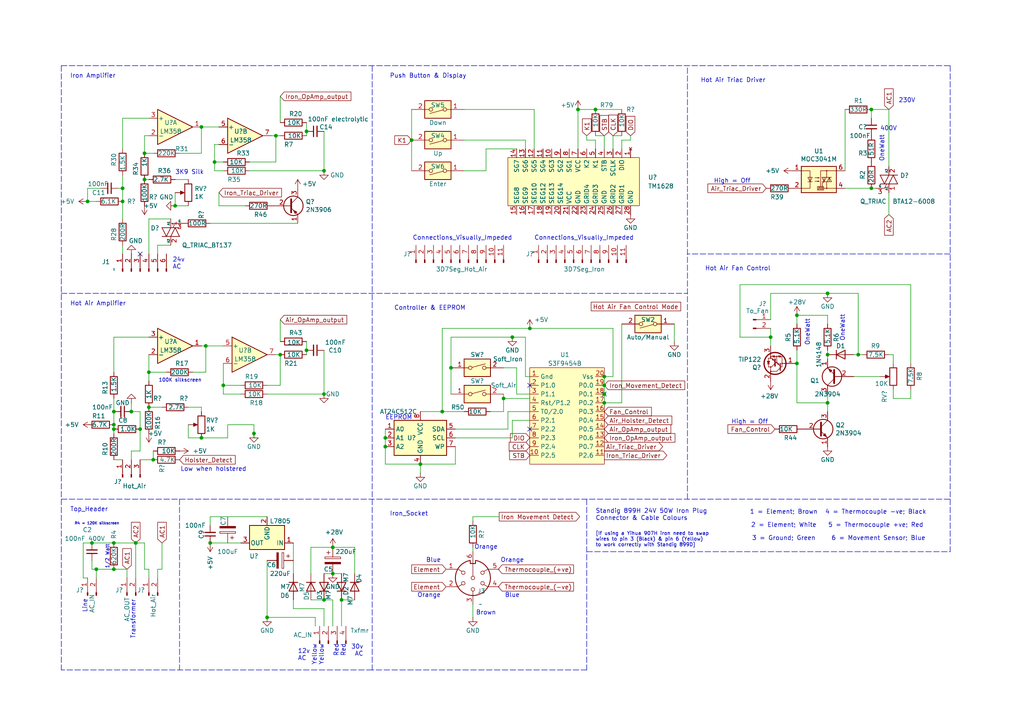
<source format=kicad_sch>
(kicad_sch (version 20231120) (generator "eeschema") (generator_version "8.0")
  (paper "A4")
  (title_block (title "Dual Hot Air Soldering Station 899D") (date "2024-03-22") (rev "1") (company "Andy H  -  GitHub.com/andy5211d/899D/") (comment 2 "These schmatics are based on acbaruths and not fully checked with the Standig 899D board") (comment 3 "See github.com/acbaruth/898D/"))
  (lib_symbols
    (symbol "Amplifier_Operational:LM358" (pin_names (offset 0.127))
      (property "Reference" "U" (at 0 5.08 0))
      (property "Value" "LM358" (at 0 -5.08 0))
      (symbol "LM358_1_1"
        (pin output line (at 7.62 0 180) (length 2.54) (name "~") (number "1"))
        (pin input line (at -7.62 -2.54 0) (length 2.54) (name "-") (number "2"))
        (pin input line (at -7.62 2.54 0) (length 2.54) (name "+") (number "3"))
      )
      (symbol "LM358_2_1"
        (pin input line (at -7.62 2.54 0) (length 2.54) (name "+") (number "5"))
        (pin input line (at -7.62 -2.54 0) (length 2.54) (name "-") (number "6"))
        (pin output line (at 7.62 0 180) (length 2.54) (name "~") (number "7"))
      )
      (symbol "LM358_3_1"
        (pin power_in line (at -2.54 -7.62 90) (length 3.81) (name "V-") (number "4"))
        (pin power_in line (at -2.54 7.62 270) (length 3.81) (name "V+") (number "8"))
      )
    )
    (symbol "Connector:Conn_01x02_Pin" (pin_names (offset 1.016) hide)
      (property "Reference" "J" (at 0 2.54 0))
      (property "Value" "Conn_01x02_Pin" (at 0 -5.08 0))
      (symbol "Conn_01x02_Pin_1_1"
        (pin passive line (at 5.08 0 180) (length 3.81) (name "Pin_1") (number "1"))
        (pin passive line (at 5.08 -2.54 180) (length 3.81) (name "Pin_2") (number "2"))
      )
    )
    (symbol "Connector:Conn_01x03_Pin" (pin_names (offset 1.016) hide)
      (property "Reference" "J" (at 0 5.08 0))
      (property "Value" "Conn_01x03_Pin" (at 0 -5.08 0))
      (symbol "Conn_01x03_Pin_1_1"
        (pin passive line (at 5.08 2.54 180) (length 3.81) (name "Pin_1") (number "1"))
        (pin passive line (at 5.08 0 180) (length 3.81) (name "Pin_2") (number "2"))
        (pin passive line (at 5.08 -2.54 180) (length 3.81) (name "Pin_3") (number "3"))
      )
    )
    (symbol "Connector:Conn_01x04_Pin" (pin_names (offset 1.016) hide)
      (property "Reference" "J" (at 0 5.08 0))
      (property "Value" "Conn_01x04_Pin" (at 0 -7.62 0))
      (symbol "Conn_01x04_Pin_1_1"
        (pin passive line (at 5.08 2.54 180) (length 3.81) (name "Pin_1") (number "1"))
        (pin passive line (at 5.08 0 180) (length 3.81) (name "Pin_2") (number "2"))
        (pin passive line (at 5.08 -2.54 180) (length 3.81) (name "Pin_3") (number "3"))
        (pin passive line (at 5.08 -5.08 180) (length 3.81) (name "Pin_4") (number "4"))
      )
    )
    (symbol "Connector:Conn_01x06_Pin" (pin_names (offset 1.016) hide)
      (property "Reference" "J" (at 0 7.62 0))
      (property "Value" "Conn_01x06_Pin" (at 0 -10.16 0))
      (symbol "Conn_01x06_Pin_1_1"
        (pin passive line (at 5.08 5.08 180) (length 3.81) (name "Pin_1") (number "1"))
        (pin passive line (at 5.08 2.54 180) (length 3.81) (name "Pin_2") (number "2"))
        (pin passive line (at 5.08 0 180) (length 3.81) (name "Pin_3") (number "3"))
        (pin passive line (at 5.08 -2.54 180) (length 3.81) (name "Pin_4") (number "4"))
        (pin passive line (at 5.08 -5.08 180) (length 3.81) (name "Pin_5") (number "5"))
        (pin passive line (at 5.08 -7.62 180) (length 3.81) (name "Pin_6") (number "6"))
      )
    )
    (symbol "Connector:Conn_01x11_Pin" (pin_names (offset 1.016) hide)
      (property "Reference" "J" (at 0 15.24 0))
      (property "Value" "Conn_01x11_Pin" (at 0 -15.24 0))
      (symbol "Conn_01x11_Pin_1_1"
        (pin passive line (at 5.08 12.7 180) (length 3.81) (name "Pin_1") (number "1"))
        (pin passive line (at 5.08 -10.16 180) (length 3.81) (name "Pin_10") (number "10"))
        (pin passive line (at 5.08 -12.7 180) (length 3.81) (name "Pin_11") (number "11"))
        (pin passive line (at 5.08 10.16 180) (length 3.81) (name "Pin_2") (number "2"))
        (pin passive line (at 5.08 7.62 180) (length 3.81) (name "Pin_3") (number "3"))
        (pin passive line (at 5.08 5.08 180) (length 3.81) (name "Pin_4") (number "4"))
        (pin passive line (at 5.08 2.54 180) (length 3.81) (name "Pin_5") (number "5"))
        (pin passive line (at 5.08 0 180) (length 3.81) (name "Pin_6") (number "6"))
        (pin passive line (at 5.08 -2.54 180) (length 3.81) (name "Pin_7") (number "7"))
        (pin passive line (at 5.08 -5.08 180) (length 3.81) (name "Pin_8") (number "8"))
        (pin passive line (at 5.08 -7.62 180) (length 3.81) (name "Pin_9") (number "9"))
      )
    )
    (symbol "Connector:DIN-6" (pin_names (offset 1.016))
      (property "Reference" "J" (at 3.175 5.715 0))
      (property "Value" "DIN-6" (at 4.445 -4.445 0))
      (symbol "DIN-6_1_1"
        (pin passive line (at -7.62 -2.54 0) (length 2.54) (name "~") (number "1"))
        (pin passive line (at -7.62 2.54 0) (length 2.54) (name "~") (number "2"))
        (pin passive line (at 0 7.62 270) (length 2.54) (name "~") (number "3"))
        (pin passive line (at 7.62 2.54 180) (length 2.54) (name "~") (number "4"))
        (pin passive line (at 7.62 -2.54 180) (length 2.54) (name "~") (number "5"))
        (pin passive line (at 0 -7.62 90) (length 2.54) (name "~") (number "6"))
      )
    )
    (symbol "Device:C_Polarized" (pin_numbers hide) (pin_names (offset 0.254))
      (property "Reference" "C" (at 0.635 2.54 0))
      (property "Value" "C_Polarized" (at 0.635 -2.54 0))
      (symbol "C_Polarized_1_1"
        (pin passive line (at 0 3.81 270) (length 2.794) (name "~") (number "1"))
        (pin passive line (at 0 -3.81 90) (length 2.794) (name "~") (number "2"))
      )
    )
    (symbol "Device:C_Small" (pin_numbers hide) (pin_names (offset 0.254) hide)
      (property "Reference" "C" (at 0.254 1.778 0))
      (property "Value" "C_Small" (at 0.254 -2.032 0))
      (symbol "C_Small_1_1"
        (pin passive line (at 0 2.54 270) (length 2.032) (name "~") (number "1"))
        (pin passive line (at 0 -2.54 90) (length 2.032) (name "~") (number "2"))
      )
    )
    (symbol "Device:Q_TRIAC_A1A2G" (pin_names (offset 0))
      (property "Reference" "D" (at 3.175 0.635 0))
      (property "Value" "Q_TRIAC_A1A2G" (at 3.175 -1.27 0))
      (symbol "Q_TRIAC_A1A2G_1_1"
        (pin passive line (at 0 -3.81 90) (length 2.54) (name "A1") (number "1"))
        (pin passive line (at 0 3.81 270) (length 2.54) (name "A2") (number "2"))
        (pin input line (at -3.81 -2.54 0) (length 2.54) (name "G") (number "3"))
      )
    )
    (symbol "Device:R" (pin_numbers hide) (pin_names (offset 0))
      (property "Reference" "R" (at 2.032 0 90))
      (property "Value" "R" (at 0 0 90))
      (symbol "R_1_1"
        (pin passive line (at 0 3.81 270) (length 1.27) (name "~") (number "1"))
        (pin passive line (at 0 -3.81 90) (length 1.27) (name "~") (number "2"))
      )
    )
    (symbol "Device:R_Potentiometer" (pin_names (offset 1.016) hide)
      (property "Reference" "RV?" (at 3.048 -1.524 90))
      (property "Value" "10K" (at 5.334 2.032 0))
      (symbol "R_Potentiometer_1_1"
        (pin passive line (at 0 3.81 270) (length 1.27) (name "1") (number ""))
        (pin passive line (at 3.81 0 180) (length 1.27) (name "2") (number ""))
        (pin passive line (at 0 -3.81 90) (length 1.27) (name "3") (number ""))
      )
    )
    (symbol "Diode:1N4007" (pin_numbers hide) (pin_names hide)
      (property "Reference" "D" (at 0 2.54 0))
      (property "Value" "1N4007" (at 0 -2.54 0))
      (symbol "1N4007_1_1"
        (pin passive line (at -3.81 0 0) (length 2.54) (name "K") (number "1"))
        (pin passive line (at 3.81 0 180) (length 2.54) (name "A") (number "2"))
      )
    )
    (symbol "Diode:1N4148" (pin_numbers hide) (pin_names hide)
      (property "Reference" "D" (at 0 2.54 0))
      (property "Value" "1N4148" (at 0 -2.54 0))
      (symbol "1N4148_1_1"
        (pin passive line (at -3.81 0 0) (length 2.54) (name "K") (number "1"))
        (pin passive line (at 3.81 0 180) (length 2.54) (name "A") (number "2"))
      )
    )
    (symbol "Driver_LED_Titan:TM1628"
      (property "Reference" "U" (at -4.826 19.812 0))
      (property "Value" "TM1628" (at 5.842 20.066 0))
      (symbol "TM1628_1_1"
        (pin no_connect line (at -8.89 15.24 0) (length 2.54) (name "") (number "1"))
        (pin output line (at -8.89 -7.62 0) (length 2.54) (name "SG3") (number "10"))
        (pin output line (at -8.89 -10.16 0) (length 2.54) (name "SG4") (number "11"))
        (pin output line (at -8.89 -12.7 0) (length 2.54) (name "SG5") (number "12"))
        (pin output line (at -8.89 -15.24 0) (length 2.54) (name "SG6") (number "13"))
        (pin output line (at -8.89 -17.78 0) (length 2.54) (name "SG7") (number "14"))
        (pin output line (at 10.16 -17.78 180) (length 2.54) (name "SEG8") (number "15"))
        (pin output line (at 10.16 -15.24 180) (length 2.54) (name "SEG9") (number "16"))
        (pin output line (at 10.16 -12.7 180) (length 2.54) (name "SEG10") (number "17"))
        (pin output line (at 10.16 -10.16 180) (length 2.54) (name "SEG12") (number "18"))
        (pin output line (at 10.16 -7.62 180) (length 2.54) (name "SEG13") (number "19"))
        (pin bidirectional line (at -8.89 12.7 0) (length 2.54) (name "DIO") (number "2"))
        (pin output line (at 10.16 -5.08 180) (length 2.54) (name "SEG14") (number "20"))
        (pin power_in line (at 10.16 -2.54 180) (length 2.54) (name "VCC") (number "21"))
        (pin power_in line (at 10.16 0 180) (length 2.54) (name "GND") (number "22"))
        (pin output line (at 10.16 2.54 180) (length 2.54) (name "GRID4") (number "23"))
        (pin output line (at 10.16 5.08 180) (length 2.54) (name "GRID3") (number "24"))
        (pin power_out line (at 10.16 7.62 180) (length 2.54) (name "GND") (number "25"))
        (pin output line (at 10.16 10.16 180) (length 2.54) (name "GRID2") (number "26"))
        (pin output line (at 10.16 12.7 180) (length 2.54) (name "GRID1") (number "27"))
        (pin power_in line (at 10.16 15.24 180) (length 2.54) (name "GND") (number "28"))
        (pin input line (at -8.89 10.16 0) (length 2.54) (name "SCLK") (number "3"))
        (pin input line (at -8.89 7.62 0) (length 2.54) (name "STB") (number "4"))
        (pin input line (at -8.89 5.08 0) (length 2.54) (name "K1") (number "5"))
        (pin input line (at -8.89 2.54 0) (length 2.54) (name "K2") (number "6"))
        (pin power_in line (at -8.89 0 0) (length 2.54) (name "VCC") (number "7"))
        (pin output line (at -8.89 -2.54 0) (length 2.54) (name "SG1") (number "8"))
        (pin output line (at -8.89 -5.08 0) (length 2.54) (name "SG2") (number "9"))
      )
    )
    (symbol "MCU_Zilog:S3F94C4"
      (property "Reference" "U" (at -7.62 -6.35 0))
      (property "Value" "S3F94C4" (at -6.35 -6.35 0))
      (symbol "S3F94C4_1_1"
        (pin power_in line (at -11.43 10.16 0) (length 2.54) (name "Gnd") (number "1"))
        (pin bidirectional line (at -11.43 -12.7 0) (length 2.54) (name "P2.5") (number "10"))
        (pin bidirectional line (at 10.16 -12.7 180) (length 2.54) (name "P2.6") (number "11"))
        (pin bidirectional line (at 10.16 -10.16 180) (length 2.54) (name "P0.7") (number "12"))
        (pin bidirectional line (at 10.16 -7.62 180) (length 2.54) (name "P0.6") (number "13"))
        (pin bidirectional line (at 10.16 -5.08 180) (length 2.54) (name "P0.5") (number "14"))
        (pin bidirectional line (at 10.16 -2.54 180) (length 2.54) (name "P0.4") (number "15"))
        (pin bidirectional line (at 10.16 0 180) (length 2.54) (name "P0.3") (number "16"))
        (pin bidirectional line (at 10.16 2.54 180) (length 2.54) (name "P0.2") (number "17"))
        (pin bidirectional line (at 10.16 5.08 180) (length 2.54) (name "P0.1") (number "18"))
        (pin bidirectional line (at 10.16 7.62 180) (length 2.54) (name "P0.0") (number "19"))
        (pin bidirectional line (at -11.43 7.62 0) (length 2.54) (name "P1.0") (number "2"))
        (pin power_in line (at 10.16 10.16 180) (length 2.54) (name "Vss") (number "20"))
        (pin bidirectional line (at -11.43 5.08 0) (length 2.54) (name "P1.1") (number "3"))
        (pin bidirectional line (at -11.43 2.54 0) (length 2.54) (name "Rst/P1.2") (number "4"))
        (pin bidirectional line (at -11.43 0 0) (length 2.54) (name "T0/2.0") (number "5"))
        (pin bidirectional line (at -11.43 -2.54 0) (length 2.54) (name "P2.1") (number "6"))
        (pin bidirectional line (at -11.43 -5.08 0) (length 2.54) (name "P2.2") (number "7"))
        (pin bidirectional line (at -11.43 -7.62 0) (length 2.54) (name "P2.3") (number "8"))
        (pin bidirectional line (at -11.43 -10.16 0) (length 2.54) (name "P2.4") (number "9"))
      )
    )
    (symbol "Memory_EEPROM:AT24CS01-MAHM"
      (property "Reference" "U" (at -7.62 6.35 0))
      (property "Value" "AT24CS01-MAHM" (at 2.54 -6.35 0))
      (symbol "AT24CS01-MAHM_1_1"
        (pin input line (at -10.16 2.54 0) (length 2.54) (name "A0") (number "1"))
        (pin input line (at -10.16 0 0) (length 2.54) (name "A1") (number "2"))
        (pin input line (at -10.16 -2.54 0) (length 2.54) (name "A2") (number "3"))
        (pin power_in line (at 0 -7.62 90) (length 2.54) (name "GND") (number "4"))
        (pin bidirectional line (at 10.16 2.54 180) (length 2.54) (name "SDA") (number "5"))
        (pin input line (at 10.16 0 180) (length 2.54) (name "SCL") (number "6"))
        (pin input line (at 10.16 -2.54 180) (length 2.54) (name "WP") (number "7"))
        (pin power_in line (at 0 7.62 270) (length 2.54) (name "VCC") (number "8"))
      )
    )
    (symbol "R_Potentiometer_1" (pin_names (offset 1.016) hide)
      (property "Reference" "RV?" (at -1.778 -1.1684 0))
      (property "Value" "1K" (at -1.778 1.143 0))
      (symbol "R_Potentiometer_1_1_1"
        (pin passive line (at 0 3.81 270) (length 1.27) (name "1") (number ""))
        (pin passive line (at 3.81 0 180) (length 1.27) (name "2") (number ""))
        (pin passive line (at 0 -3.81 90) (length 1.27) (name "3") (number ""))
      )
    )
    (symbol "R_Potentiometer_2" (pin_names (offset 1.016) hide)
      (property "Reference" "RV?" (at -1.27 -1.27 0))
      (property "Value" "1K" (at -1.27 1.27 0))
      (symbol "R_Potentiometer_2_1_1"
        (pin passive line (at 0 3.81 270) (length 1.27) (name "1") (number ""))
        (pin passive line (at 3.81 0 180) (length 1.27) (name "2") (number ""))
        (pin passive line (at 0 -3.81 90) (length 1.27) (name "3") (number ""))
      )
    )
    (symbol "Regulator_Linear:L7805" (pin_names (offset 0.254))
      (property "Reference" "U" (at -3.81 3.175 0))
      (property "Value" "L7805" (at 0 3.175 0))
      (symbol "L7805_1_1"
        (pin power_in line (at -7.62 0 0) (length 2.54) (name "IN") (number "1"))
        (pin power_in line (at 0 -7.62 90) (length 2.54) (name "GND") (number "2"))
        (pin power_out line (at 7.62 0 180) (length 2.54) (name "OUT") (number "3"))
      )
    )
    (symbol "Relay_SolidState:MOC3041M"
      (property "Reference" "U" (at -5.08 5.08 0))
      (property "Value" "MOC3041M" (at 0 5.08 0))
      (symbol "MOC3041M_0_0"
        (text "ZCD" (at 0.508 -2.54 0) (effects (font (size 0.508 0.508))))
      )
      (symbol "MOC3041M_1_1"
        (pin passive line (at -7.62 2.54 0) (length 2.54) (name "~") (number "1"))
        (pin passive line (at -7.62 -2.54 0) (length 2.54) (name "~") (number "2"))
        (pin no_connect line (at -5.08 0 0) (length 2.54) hide (name "NC") (number "3"))
        (pin passive line (at 7.62 -2.54 180) (length 2.54) (name "~") (number "4"))
        (pin no_connect line (at 5.08 0 180) (length 2.54) hide (name "NC") (number "5"))
        (pin passive line (at 7.62 2.54 180) (length 2.54) (name "~") (number "6"))
      )
    )
    (symbol "Switch:SW_DIP_x01" (pin_names (offset 0) hide)
      (property "Reference" "SW" (at 0 3.81 0))
      (property "Value" "SW_DIP_x01" (at 0 -3.81 0))
      (symbol "SW_DIP_x01_1_1"
        (pin passive line (at -7.62 0 0) (length 5.08) (name "~") (number "1"))
        (pin passive line (at 7.62 0 180) (length 5.08) (name "~") (number "2"))
      )
    )
    (symbol "Transistor_BJT:2N3904" (pin_names (offset 0) hide)
      (property "Reference" "Q" (at 5.08 1.905 0))
      (property "Value" "2N3904" (at 5.08 0 0))
      (symbol "2N3904_1_1"
        (pin passive line (at 2.54 -5.08 90) (length 2.54) (name "E") (number "1"))
        (pin passive line (at -5.08 0 0) (length 5.715) (name "B") (number "2"))
        (pin passive line (at 2.54 5.08 270) (length 2.54) (name "C") (number "3"))
      )
    )
    (symbol "Transistor_BJT:2N3906" (pin_names (offset 0) hide)
      (property "Reference" "Q" (at 5.08 1.905 0))
      (property "Value" "2N3906" (at 5.08 0 0))
      (symbol "2N3906_1_1"
        (pin passive line (at 2.54 -5.08 90) (length 2.54) (name "E") (number "1"))
        (pin input line (at -5.08 0 0) (length 5.715) (name "B") (number "2"))
        (pin passive line (at 2.54 5.08 270) (length 2.54) (name "C") (number "3"))
      )
    )
    (symbol "Transistor_BJT:TIP122" (pin_names (offset 0) hide)
      (property "Reference" "Q" (at 5.08 1.905 0))
      (property "Value" "TIP122" (at 5.08 0 0))
      (symbol "TIP122_1_1"
        (pin input line (at -5.08 0 0) (length 3.81) (name "B") (number "1"))
        (pin passive line (at 2.54 5.08 270) (length 2.667) (name "C") (number "2"))
        (pin passive line (at 2.54 -5.08 90) (length 2.54) (name "E") (number "3"))
      )
    )
    (symbol "power:+28V" (power) (pin_numbers hide) (pin_names (offset 0) hide)
      (property "Value" "+28V" (at 0 3.556 0))
      (symbol "+28V_1_1"
        (pin power_in line (at 0 0 90) (length 0) (name "~") (number "1"))
      )
    )
    (symbol "power:+5V" (power) (pin_numbers hide) (pin_names (offset 0) hide)
      (property "Value" "+5V" (at 0 3.556 0))
      (symbol "+5V_1_1"
        (pin power_in line (at 0 0 90) (length 0) (name "~") (number "1"))
      )
    )
    (symbol "power:GND" (power) (pin_numbers hide) (pin_names (offset 0) hide)
      (property "Value" "GND" (at 0 -3.81 0))
      (symbol "GND_1_1"
        (pin power_in line (at 0 0 270) (length 0) (name "~") (number "1"))
      )
    )
  )
  (junction (at 43.18 107.95))
  (junction (at 62.23 46.99))
  (junction (at 58.42 36.83))
  (junction (at 240.03 102.87))
  (junction (at 93.98 49.53))
  (junction (at 43.18 118.11))
  (junction (at 77.47 179.07))
  (junction (at 96.52 158.75))
  (junction (at 39.37 157.48))
  (junction (at 50.8 59.69))
  (junction (at 33.02 124.46))
  (junction (at 248.92 102.87))
  (junction (at 38.1 119.38))
  (junction (at 96.52 166.37))
  (junction (at 40.64 124.46))
  (junction (at 240.03 116.84))
  (junction (at 33.02 123.19))
  (junction (at 58.42 127))
  (junction (at 121.92 134.62))
  (junction (at 60.96 157.48))
  (junction (at 41.91 44.45))
  (junction (at 64.77 111.76))
  (junction (at 175.26 116.84))
  (junction (at 231.14 105.41))
  (junction (at 99.06 173.99))
  (junction (at 73.66 125.73))
  (junction (at 93.98 114.3))
  (junction (at 119.38 40.64))
  (junction (at 175.26 109.22))
  (junction (at 81.28 102.87))
  (junction (at 172.72 31.75))
  (junction (at 80.01 39.37))
  (junction (at 146.05 115.57))
  (junction (at 33.02 165.1))
  (junction (at 59.69 100.33))
  (junction (at 167.64 31.75))
  (junction (at 153.67 95.25))
  (junction (at 93.98 173.99))
  (junction (at 27.94 165.1))
  (junction (at 33.02 157.48))
  (junction (at 252.73 31.75))
  (junction (at 240.03 85.09))
  (junction (at 25.4 58.42))
  (junction (at 41.91 52.07))
  (junction (at 175.26 111.76))
  (junction (at 175.26 114.3))
  (junction (at 35.56 58.42))
  (junction (at 88.9 101.6))
  (junction (at 111.76 127))
  (junction (at 88.9 38.1))
  (junction (at 33.02 119.38))
  (junction (at 252.73 54.61))
  (junction (at 35.56 54.61))
  (junction (at 44.45 133.35))
  (junction (at 26.67 157.48))
  (junction (at 130.81 106.68))
  (junction (at 111.76 129.54))
  (junction (at 128.27 119.38))
  (junction (at 231.14 91.44))
  (junction (at 148.59 97.79))
  (junction (at 223.52 97.79))
  (no_connect (at 153.67 111.76))
  (no_connect (at 40.64 73.66))
  (no_connect (at 153.67 124.46))
  (no_connect (at 175.26 114.3))
  (wire (pts (xy 43.18 107.95) (xy 43.18 102.87)))
  (polyline (pts (xy 52.07 144.78) (xy 52.07 194.31)) (stroke (width 0) (type dash)))
  (polyline (pts (xy 107.95 194.31) (xy 17.78 194.31)) (stroke (width 0) (type dash)))
  (wire (pts (xy 142.24 119.38) (xy 146.05 119.38)))
  (wire (pts (xy 119.38 31.75) (xy 119.38 40.64)))
  (wire (pts (xy 54.61 123.19) (xy 54.61 127)))
  (wire (pts (xy 231.14 105.41) (xy 231.14 116.84)))
  (wire (pts (xy 264.16 115.57) (xy 264.16 113.03)))
  (polyline (pts (xy 107.95 19.05) (xy 107.95 194.31)) (stroke (width 0) (type dash)))
  (wire (pts (xy 85.09 157.48) (xy 85.09 166.37)))
  (wire (pts (xy 137.16 175.26) (xy 137.16 179.07)))
  (wire (pts (xy 69.85 111.76) (xy 64.77 111.76)))
  (wire (pts (xy 154.94 31.75) (xy 154.94 43.18)))
  (wire (pts (xy 50.8 52.07) (xy 54.61 52.07)))
  (wire (pts (xy 180.34 93.98) (xy 180.34 116.84)))
  (wire (pts (xy 77.47 114.3) (xy 93.98 114.3)))
  (wire (pts (xy 58.42 44.45) (xy 52.07 44.45)))
  (wire (pts (xy 93.98 49.53) (xy 93.98 38.1)))
  (wire (pts (xy 29.21 54.61) (xy 25.4 54.61)))
  (wire (pts (xy 177.8 39.37) (xy 177.8 43.18)))
  (wire (pts (xy 257.81 62.23) (xy 257.81 55.88)))
  (wire (pts (xy 223.52 85.09) (xy 223.52 92.71)))
  (wire (pts (xy 264.16 105.41) (xy 264.16 82.55)))
  (wire (pts (xy 172.72 31.75) (xy 180.34 31.75)))
  (wire (pts (xy 60.96 152.4) (xy 60.96 149.86)))
  (wire (pts (xy 35.56 71.12) (xy 35.56 73.66)))
  (wire (pts (xy 33.02 119.38) (xy 33.02 115.57)))
  (wire (pts (xy 177.8 95.25) (xy 153.67 95.25)))
  (wire (pts (xy 130.81 106.68) (xy 130.81 97.79)))
  (polyline (pts (xy 170.18 194.31) (xy 107.95 194.31)) (stroke (width 0) (type dash)))
  (wire (pts (xy 180.34 43.18) (xy 180.34 40.64)))
  (wire (pts (xy 66.04 127) (xy 58.42 127)))
  (wire (pts (xy 96.52 166.37) (xy 99.06 166.37)))
  (wire (pts (xy 25.4 58.42) (xy 27.94 58.42)))
  (wire (pts (xy 43.18 52.07) (xy 41.91 52.07)))
  (wire (pts (xy 146.05 115.57) (xy 153.67 115.57)))
  (wire (pts (xy 41.91 165.1) (xy 43.18 165.1)))
  (wire (pts (xy 40.64 119.38) (xy 38.1 119.38)))
  (wire (pts (xy 119.38 49.53) (xy 119.38 40.64)))
  (wire (pts (xy 240.03 102.87) (xy 240.03 104.14)))
  (wire (pts (xy 245.11 31.75) (xy 245.11 49.53)))
  (wire (pts (xy 60.96 157.48) (xy 69.85 157.48)))
  (wire (pts (xy 248.92 85.09) (xy 240.03 85.09)))
  (wire (pts (xy 111.76 134.62) (xy 111.76 129.54)))
  (polyline (pts (xy 170.18 160.02) (xy 275.59 160.02)) (stroke (width 0) (type dash)))
  (wire (pts (xy 64.77 114.3) (xy 69.85 114.3)))
  (wire (pts (xy 170.18 39.37) (xy 170.18 40.64)))
  (wire (pts (xy 26.67 165.1) (xy 27.94 165.1)))
  (wire (pts (xy 88.9 39.37) (xy 88.9 38.1)))
  (wire (pts (xy 214.63 82.55) (xy 214.63 97.79)))
  (wire (pts (xy 50.8 55.88) (xy 50.8 59.69)))
  (wire (pts (xy 41.91 39.37) (xy 43.18 39.37)))
  (polyline (pts (xy 17.78 19.05) (xy 275.59 19.05)) (stroke (width 0) (type dash)))
  (wire (pts (xy 214.63 97.79) (xy 223.52 97.79)))
  (wire (pts (xy 24.13 167.64) (xy 25.4 167.64)))
  (wire (pts (xy 247.65 102.87) (xy 248.92 102.87)))
  (wire (pts (xy 54.61 127) (xy 58.42 127)))
  (wire (pts (xy 43.18 63.5) (xy 43.18 73.66)))
  (wire (pts (xy 88.9 102.87) (xy 88.9 101.6)))
  (wire (pts (xy 77.47 179.07) (xy 77.47 162.56)))
  (wire (pts (xy 46.99 118.11) (xy 43.18 118.11)))
  (wire (pts (xy 25.4 54.61) (xy 25.4 58.42)))
  (wire (pts (xy 72.39 49.53) (xy 93.98 49.53)))
  (wire (pts (xy 152.4 40.64) (xy 152.4 43.18)))
  (wire (pts (xy 48.26 107.95) (xy 43.18 107.95)))
  (wire (pts (xy 180.34 40.64) (xy 182.88 40.64)))
  (wire (pts (xy 175.26 39.37) (xy 175.26 43.18)))
  (wire (pts (xy 153.67 119.38) (xy 147.32 119.38)))
  (wire (pts (xy 223.52 95.25) (xy 223.52 97.79)))
  (polyline (pts (xy 17.78 85.09) (xy 199.39 85.09)) (stroke (width 0) (type dash)))
  (wire (pts (xy 93.98 176.53) (xy 93.98 181.61)))
  (wire (pts (xy 172.72 40.64) (xy 172.72 43.18)))
  (polyline (pts (xy 275.59 144.78) (xy 275.59 160.02)) (stroke (width 0) (type dash)))
  (wire (pts (xy 140.97 49.53) (xy 140.97 43.18)))
  (wire (pts (xy 167.64 31.75) (xy 172.72 31.75)))
  (wire (pts (xy 148.59 127) (xy 132.08 127)))
  (wire (pts (xy 80.01 39.37) (xy 81.28 39.37)))
  (wire (pts (xy 35.56 54.61) (xy 35.56 58.42)))
  (wire (pts (xy 33.02 123.19) (xy 33.02 124.46)))
  (wire (pts (xy 140.97 43.18) (xy 149.86 43.18)))
  (polyline (pts (xy 199.39 144.78) (xy 199.39 19.05)) (stroke (width 0) (type dash)))
  (wire (pts (xy 81.28 99.06) (xy 81.28 92.71)))
  (wire (pts (xy 41.91 44.45) (xy 41.91 39.37)))
  (wire (pts (xy 43.18 97.79) (xy 33.02 97.79)))
  (wire (pts (xy 27.94 165.1) (xy 33.02 165.1)))
  (wire (pts (xy 153.67 95.25) (xy 128.27 95.25)))
  (wire (pts (xy 93.98 166.37) (xy 96.52 166.37)))
  (wire (pts (xy 40.64 133.35) (xy 44.45 133.35)))
  (wire (pts (xy 38.1 130.81) (xy 38.1 133.35)))
  (wire (pts (xy 134.62 49.53) (xy 140.97 49.53)))
  (wire (pts (xy 72.39 46.99) (xy 80.01 46.99)))
  (wire (pts (xy 252.73 54.61) (xy 254 54.61)))
  (wire (pts (xy 40.64 124.46) (xy 40.64 130.81)))
  (wire (pts (xy 223.52 85.09) (xy 240.03 85.09)))
  (wire (pts (xy 175.26 116.84) (xy 180.34 116.84)))
  (wire (pts (xy 175.26 109.22) (xy 177.8 109.22)))
  (wire (pts (xy 132.08 129.54) (xy 132.08 134.62)))
  (wire (pts (xy 240.03 116.84) (xy 240.03 119.38)))
  (wire (pts (xy 74.93 127) (xy 73.66 127)))
  (wire (pts (xy 231.14 91.44) (xy 240.03 91.44)))
  (wire (pts (xy 132.08 134.62) (xy 121.92 134.62)))
  (wire (pts (xy 90.17 158.75) (xy 96.52 158.75)))
  (wire (pts (xy 60.96 149.86) (xy 77.47 149.86)))
  (wire (pts (xy 99.06 173.99) (xy 99.06 181.61)))
  (wire (pts (xy 38.1 116.84) (xy 38.1 119.38)))
  (wire (pts (xy 250.19 102.87) (xy 248.92 102.87)))
  (wire (pts (xy 43.18 107.95) (xy 43.18 110.49)))
  (wire (pts (xy 111.76 124.46) (xy 111.76 127)))
  (wire (pts (xy 231.14 93.98) (xy 231.14 91.44)))
  (wire (pts (xy 85.09 176.53) (xy 93.98 176.53)))
  (wire (pts (xy 58.42 100.33) (xy 59.69 100.33)))
  (wire (pts (xy 33.02 124.46) (xy 33.02 125.73)))
  (wire (pts (xy 175.26 114.3) (xy 175.26 116.84)))
  (wire (pts (xy 59.69 107.95) (xy 55.88 107.95)))
  (wire (pts (xy 91.44 181.61) (xy 91.44 179.07)))
  (wire (pts (xy 175.26 111.76) (xy 175.26 114.3)))
  (wire (pts (xy 137.16 151.13) (xy 137.16 149.86)))
  (wire (pts (xy 93.98 173.99) (xy 90.17 173.99)))
  (wire (pts (xy 50.8 59.69) (xy 54.61 59.69)))
  (wire (pts (xy 40.64 130.81) (xy 38.1 130.81)))
  (wire (pts (xy 137.16 149.86) (xy 144.78 149.86)))
  (wire (pts (xy 43.18 165.1) (xy 43.18 167.64)))
  (polyline (pts (xy 17.78 144.78) (xy 275.59 144.78)) (stroke (width 0) (type dash)))
  (wire (pts (xy 128.27 119.38) (xy 134.62 119.38)))
  (wire (pts (xy 96.52 158.75) (xy 102.87 158.75)))
  (wire (pts (xy 146.05 114.3) (xy 146.05 115.57)))
  (wire (pts (xy 62.23 46.99) (xy 62.23 49.53)))
  (wire (pts (xy 40.64 119.38) (xy 40.64 124.46)))
  (wire (pts (xy 148.59 121.92) (xy 148.59 127)))
  (wire (pts (xy 46.99 165.1) (xy 45.72 165.1)))
  (wire (pts (xy 26.67 157.48) (xy 24.13 157.48)))
  (wire (pts (xy 60.96 64.77) (xy 86.36 64.77)))
  (wire (pts (xy 223.52 97.79) (xy 223.52 100.33)))
  (polyline (pts (xy 170.18 144.78) (xy 170.18 194.31)) (stroke (width 0) (type dash)))
  (wire (pts (xy 96.52 173.99) (xy 96.52 181.61)))
  (wire (pts (xy 35.56 34.29) (xy 35.56 43.18)))
  (wire (pts (xy 45.72 73.66) (xy 45.72 71.12)))
  (wire (pts (xy 27.94 165.1) (xy 27.94 167.64)))
  (wire (pts (xy 39.37 157.48) (xy 33.02 157.48)))
  (wire (pts (xy 85.09 173.99) (xy 85.09 176.53)))
  (wire (pts (xy 180.34 39.37) (xy 177.8 39.37)))
  (wire (pts (xy 252.73 31.75) (xy 252.73 34.29)))
  (wire (pts (xy 130.81 106.68) (xy 130.81 114.3)))
  (wire (pts (xy 88.9 38.1) (xy 88.9 35.56)))
  (wire (pts (xy 80.01 102.87) (xy 81.28 102.87)))
  (wire (pts (xy 259.08 115.57) (xy 264.16 115.57)))
  (wire (pts (xy 25.4 123.19) (xy 26.67 123.19)))
  (wire (pts (xy 78.74 39.37) (xy 80.01 39.37)))
  (wire (pts (xy 146.05 106.68) (xy 149.86 106.68)))
  (wire (pts (xy 240.03 101.6) (xy 240.03 102.87)))
  (wire (pts (xy 59.69 100.33) (xy 64.77 100.33)))
  (wire (pts (xy 81.28 111.76) (xy 81.28 102.87)))
  (wire (pts (xy 177.8 95.25) (xy 177.8 109.22)))
  (wire (pts (xy 152.4 109.22) (xy 153.67 109.22)))
  (wire (pts (xy 80.01 39.37) (xy 80.01 46.99)))
  (wire (pts (xy 24.13 157.48) (xy 24.13 167.64)))
  (wire (pts (xy 99.06 173.99) (xy 102.87 173.99)))
  (wire (pts (xy 58.42 36.83) (xy 58.42 44.45)))
  (wire (pts (xy 147.32 124.46) (xy 132.08 124.46)))
  (wire (pts (xy 45.72 165.1) (xy 45.72 167.64)))
  (wire (pts (xy 245.11 54.61) (xy 252.73 54.61)))
  (wire (pts (xy 247.65 109.22) (xy 255.27 109.22)))
  (wire (pts (xy 259.08 102.87) (xy 259.08 105.41)))
  (polyline (pts (xy 275.59 19.05) (xy 275.59 144.78)) (stroke (width 0) (type dash)))
  (wire (pts (xy 41.91 44.45) (xy 44.45 44.45)))
  (wire (pts (xy 153.67 115.57) (xy 153.67 116.84)))
  (wire (pts (xy 64.77 111.76) (xy 64.77 105.41)))
  (wire (pts (xy 130.81 97.79) (xy 148.59 97.79)))
  (wire (pts (xy 64.77 111.76) (xy 64.77 114.3)))
  (wire (pts (xy 259.08 102.87) (xy 257.81 102.87)))
  (wire (pts (xy 66.04 123.19) (xy 66.04 127)))
  (wire (pts (xy 149.86 106.68) (xy 149.86 114.3)))
  (wire (pts (xy 93.98 114.3) (xy 93.98 101.6)))
  (wire (pts (xy 66.04 123.19) (xy 73.66 123.19)))
  (wire (pts (xy 63.5 59.69) (xy 63.5 55.88)))
  (wire (pts (xy 35.56 34.29) (xy 43.18 34.29)))
  (wire (pts (xy 36.83 165.1) (xy 36.83 167.64)))
  (wire (pts (xy 252.73 31.75) (xy 257.81 31.75)))
  (wire (pts (xy 33.02 97.79) (xy 33.02 107.95)))
  (wire (pts (xy 134.62 40.64) (xy 152.4 40.64)))
  (wire (pts (xy 26.67 162.56) (xy 26.67 165.1)))
  (wire (pts (xy 240.03 91.44) (xy 240.03 93.98)))
  (wire (pts (xy 44.45 133.35) (xy 44.45 130.81)))
  (wire (pts (xy 231.14 101.6) (xy 231.14 105.41)))
  (wire (pts (xy 147.32 119.38) (xy 147.32 124.46)))
  (wire (pts (xy 71.12 59.69) (xy 63.5 59.69)))
  (wire (pts (xy 175.26 109.22) (xy 175.26 111.76)))
  (wire (pts (xy 167.64 31.75) (xy 167.64 43.18)))
  (wire (pts (xy 111.76 127) (xy 111.76 129.54)))
  (wire (pts (xy 153.67 121.92) (xy 148.59 121.92)))
  (wire (pts (xy 77.47 111.76) (xy 81.28 111.76)))
  (wire (pts (xy 90.17 166.37) (xy 90.17 158.75)))
  (wire (pts (xy 149.86 114.3) (xy 153.67 114.3)))
  (wire (pts (xy 39.37 157.48) (xy 39.37 167.64)))
  (wire (pts (xy 81.28 35.56) (xy 81.28 27.94)))
  (wire (pts (xy 58.42 118.11) (xy 58.42 119.38)))
  (wire (pts (xy 62.23 41.91) (xy 63.5 41.91)))
  (polyline (pts (xy 17.78 19.05) (xy 17.78 194.31)) (stroke (width 0) (type dash)))
  (wire (pts (xy 46.99 157.48) (xy 46.99 165.1)))
  (wire (pts (xy 35.56 54.61) (xy 34.29 54.61)))
  (wire (pts (xy 152.4 109.22) (xy 152.4 97.79)))
  (wire (pts (xy 264.16 82.55) (xy 214.63 82.55)))
  (wire (pts (xy 195.58 93.98) (xy 195.58 99.06)))
  (wire (pts (xy 137.16 158.75) (xy 137.16 160.02)))
  (wire (pts (xy 128.27 95.25) (xy 128.27 119.38)))
  (wire (pts (xy 121.92 134.62) (xy 111.76 134.62)))
  (wire (pts (xy 73.66 123.19) (xy 73.66 125.73)))
  (wire (pts (xy 93.98 173.99) (xy 96.52 173.99)))
  (wire (pts (xy 248.92 85.09) (xy 248.92 102.87)))
  (wire (pts (xy 102.87 166.37) (xy 102.87 158.75)))
  (wire (pts (xy 172.72 39.37) (xy 175.26 39.37)))
  (wire (pts (xy 170.18 40.64) (xy 172.72 40.64)))
  (wire (pts (xy 64.77 49.53) (xy 62.23 49.53)))
  (wire (pts (xy 146.05 119.38) (xy 146.05 115.57)))
  (wire (pts (xy 257.81 31.75) (xy 257.81 48.26)))
  (wire (pts (xy 231.14 116.84) (xy 240.03 116.84)))
  (wire (pts (xy 259.08 115.57) (xy 259.08 113.03)))
  (wire (pts (xy 121.92 134.62) (xy 121.92 137.16)))
  (wire (pts (xy 26.67 157.48) (xy 33.02 157.48)))
  (wire (pts (xy 33.02 165.1) (xy 36.83 165.1)))
  (wire (pts (xy 128.27 119.38) (xy 121.92 119.38)))
  (wire (pts (xy 33.02 119.38) (xy 33.02 123.19)))
  (wire (pts (xy 59.69 100.33) (xy 59.69 107.95)))
  (wire (pts (xy 33.02 133.35) (xy 35.56 133.35)))
  (wire (pts (xy 58.42 36.83) (xy 63.5 36.83)))
  (wire (pts (xy 134.62 31.75) (xy 154.94 31.75)))
  (wire (pts (xy 36.83 119.38) (xy 38.1 119.38)))
  (wire (pts (xy 91.44 179.07) (xy 77.47 179.07)))
  (wire (pts (xy 39.37 157.48) (xy 41.91 157.48)))
  (wire (pts (xy 35.56 50.8) (xy 35.56 54.61)))
  (wire (pts (xy 182.88 40.64) (xy 182.88 39.37)))
  (wire (pts (xy 73.66 127) (xy 73.66 125.73)))
  (polyline (pts (xy 275.59 73.66) (xy 199.39 73.66)) (stroke (width 0) (type dash)))
  (wire (pts (xy 240.03 114.3) (xy 240.03 116.84)))
  (wire (pts (xy 62.23 41.91) (xy 62.23 46.99)))
  (wire (pts (xy 152.4 97.79) (xy 148.59 97.79)))
  (wire (pts (xy 41.91 157.48) (xy 41.91 165.1)))
  (wire (pts (xy 35.56 58.42) (xy 35.56 63.5)))
  (wire (pts (xy 54.61 118.11) (xy 58.42 118.11)))
  (wire (pts (xy 64.77 46.99) (xy 62.23 46.99)))
  (wire (pts (xy 49.53 63.5) (xy 43.18 63.5)))
  (wire (pts (xy 88.9 99.06) (xy 88.9 101.6)))
  (wire (pts (xy 45.72 71.12) (xy 49.53 71.12)))
  (text "12v\nAC" (at 86.36 191.77 0) (effects (font (size 1.27 1.27)) (justify left bottom)))
  (text "High = Off" (at 207.01 53.34 0) (effects (font (size 1.27 1.27)) (justify left bottom)))
  (text "Hot Air Triac Driver" (at 203.2 24.13 0) (effects (font (size 1.27 1.27)) (justify left bottom)))
  (text "Blue" (at 125.73 162.56 0) (effects (font (size 1.27 1.27))))
  (text "Blue" (at 148.59 172.72 0) (effects (font (size 1.27 1.27))))
  (text "400V" (at 255.27 38.1 0) (effects (font (size 1.27 1.27)) (justify left bottom)))
  (text "Yellow\nYellow" (at 93.98 193.04 90) (effects (font (size 1.27 1.27)) (justify left bottom)))
  (text "4 = Thermocouple -ve; Black" (at 254 148.59 0) (effects (font (size 1.27 1.27))))
  (text "Standig 899H 24V 50W Iron Plug\nConnector & Cable Colours" (at 172.72 151.13 0) (effects (font (size 1.27 1.27)) (justify left bottom)))
  (text "OneWatt" (at 234.95 100.33 90) (effects (font (size 1.27 1.27)) (justify left bottom)))
  (text "Hot Air Fan Control" (at 204.47 78.74 0) (effects (font (size 1.27 1.27)) (justify left bottom)))
  (text "High = Off" (at 212.09 123.19 0) (effects (font (size 1.27 1.27)) (justify left bottom)))
  (text "EEPROM" (at 111.76 121.92 0) (effects (font (size 1.27 1.27)) (justify left bottom)))
  (text "OneWatt" (at 256.54 46.99 90) (effects (font (size 1.27 1.27)) (justify left bottom)))
  (text "3 = Ground; Green" (at 227.33 156.21 0) (effects (font (size 1.27 1.27))))
  (text "100K silkscreen" (at 45.974 110.998 0) (effects (font (size 1.016 1.016)) (justify left bottom)))
  (text "1/2 Watt" (at 31.75 165.1 90) (effects (font (size 1.016 1.016)) (justify left bottom)))
  (text "1 = Element; Brown" (at 227.33 148.59 0) (effects (font (size 1.27 1.27))))
  (text "[If using a Yihua 907H iron need to swap \nwires to pin 3 (Black) & pin 6 (Yellow) \nto work correctly with Standig 899D] " (at 172.72 158.75 0) (effects (font (size 1.016 1.016)) (justify left bottom)))
  (text "230V" (at 260.604 29.972 0) (effects (font (size 1.27 1.27)) (justify left bottom)))
  (text "Brown" (at 140.97 177.8 0) (effects (font (size 1.27 1.27))))
  (text "5 = Thermocouple +ve; Red" (at 254 152.4 0) (effects (font (size 1.27 1.27))))
  (text "Line" (at 25.4 177.8 90) (effects (font (size 1.27 1.27)) (justify left bottom)))
  (text "Low when holstered" (at 52.324 136.906 0) (effects (font (size 1.27 1.27)) (justify left bottom)))
  (text "Orange" (at 124.46 172.72 0) (effects (font (size 1.27 1.27))))
  (text "Orange" (at 140.97 158.75 0) (effects (font (size 1.27 1.27))))
  (text "Orange" (at 148.59 162.56 0) (effects (font (size 1.27 1.27))))
  (text "24v\nAC" (at 50.038 78.232 0) (effects (font (size 1.27 1.27)) (justify left bottom)))
  (text "OneWatt" (at 245.11 99.06 90) (effects (font (size 1.27 1.27)) (justify left bottom)))
  (text "30v\nAC" (at 105.41 190.5 0) (effects (font (size 1.27 1.27)) (justify right bottom)))
  (text "Connections_Visually_Impeded\n" (at 148.59 69.85 0) (effects (font (size 1.27 1.27)) (justify right bottom)))
  (text "Connections_Visually_Impeded\n" (at 154.94 69.85 0) (effects (font (size 1.27 1.27)) (justify left bottom)))
  (text "Push Button & Display" (at 113.03 22.86 0) (effects (font (size 1.27 1.27)) (justify left bottom)))
  (text "Transformer" (at 39.37 185.42 90) (effects (font (size 1.27 1.27)) (justify left bottom)))
  (text "3K9 Silk" (at 50.8 50.8 0) (effects (font (size 1.27 1.27)) (justify left bottom)))
  (text "Iron Amplifier" (at 20.32 22.86 0) (effects (font (size 1.27 1.27)) (justify left bottom)))
  (text "Iron_Socket" (at 113.03 149.86 0) (effects (font (size 1.27 1.27)) (justify left bottom)))
  (text "R4 = 120K silkscreen" (at 21.59 152.4 0) (effects (font (size 0.762 0.762)) (justify left bottom)))
  (text "2 = Element; White" (at 227.33 152.4 0) (effects (font (size 1.27 1.27))))
  (text "6 = Movement Sensor; Blue " (at 255.27 156.21 0) (effects (font (size 1.27 1.27))))
  (text "Hot Air Amplifier" (at 20.32 88.9 0) (effects (font (size 1.27 1.27)) (justify left bottom)))
  (text "Controller & EEPROM" (at 114.3 90.17 0) (effects (font (size 1.27 1.27)) (justify left bottom)))
  (text "Red\nRed" (at 100.33 190.5 90) (effects (font (size 1.27 1.27)) (justify left bottom)))
  (text "Top_Header" (at 20.32 148.59 0) (effects (font (size 1.27 1.27)) (justify left bottom)))
  (global_label "DIO" (shape input) (at 182.88 39.37 90) (property "Intersheetrefs" "${INTERSHEET_REFS}" (effects (hide yes))))
  (global_label "DIO" (shape input) (at 153.67 127 180) (property "Intersheetrefs" "${INTERSHEET_REFS}" (effects (hide yes))))
  (global_label "Iron_OpAmp_output" (shape input) (at 175.26 127 0) (property "Intersheetrefs" "${INTERSHEET_REFS}" (effects (hide yes))))
  (global_label "Air_Triac_Driver" (shape output) (at 175.26 129.54 0) (property "Intersheetrefs" "${INTERSHEET_REFS}" (effects (hide yes))))
  (global_label "AC2" (shape input) (at 257.81 62.23 270) (property "Intersheetrefs" "${INTERSHEET_REFS}" (effects (hide yes))))
  (global_label "Thermocouple_(+ve)" (shape output) (at 166.37 165.1 180) (property "Intersheetrefs" "${INTERSHEET_REFS}" (effects (hide yes))))
  (global_label "Air_Triac_Driver" (shape input) (at 222.25 54.61 180) (property "Intersheetrefs" "${INTERSHEET_REFS}" (effects (hide yes))))
  (global_label "Holster_Detect" (shape input) (at 52.07 133.35 0) (property "Intersheetrefs" "${INTERSHEET_REFS}" (effects (hide yes))))
  (global_label "Air_OpAmp_output" (shape input) (at 175.26 124.46 0) (property "Intersheetrefs" "${INTERSHEET_REFS}" (effects (hide yes))))
  (global_label "Iron Movement Detect" (shape output) (at 144.78 149.86 0) (property "Intersheetrefs" "${INTERSHEET_REFS}" (effects (hide yes))))
  (global_label "Air_Holster_Detect" (shape input) (at 175.26 121.92 0) (property "Intersheetrefs" "${INTERSHEET_REFS}" (effects (hide yes))))
  (global_label "Fan_Control" (shape input) (at 224.79 124.46 180) (property "Intersheetrefs" "${INTERSHEET_REFS}" (effects (hide yes))))
  (global_label "Hot Air Fan Control Mode" (shape passive) (at 171.45 88.9 0) (property "Intersheetrefs" "${INTERSHEET_REFS}" (effects (hide yes))))
  (global_label "Air_OpAmp_output" (shape input) (at 81.28 92.71 0) (property "Intersheetrefs" "${INTERSHEET_REFS}" (effects (hide yes))))
  (global_label "Iron_Triac_Driver" (shape output) (at 175.26 132.08 0) (property "Intersheetrefs" "${INTERSHEET_REFS}" (effects (hide yes))))
  (global_label "CLK" (shape input) (at 177.8 39.37 90) (property "Intersheetrefs" "${INTERSHEET_REFS}" (effects (hide yes))))
  (global_label "AC2" (shape input) (at 39.37 157.48 90) (property "Intersheetrefs" "${INTERSHEET_REFS}" (effects (hide yes))))
  (global_label "AC1" (shape input) (at 257.81 31.75 90) (property "Intersheetrefs" "${INTERSHEET_REFS}" (effects (hide yes))))
  (global_label "K1" (shape input) (at 170.18 39.37 90) (property "Intersheetrefs" "${INTERSHEET_REFS}" (effects (hide yes))))
  (global_label "Iron_OpAmp_output" (shape input) (at 81.28 27.94 0) (property "Intersheetrefs" "${INTERSHEET_REFS}" (effects (hide yes))))
  (global_label "Iron_Triac_Driver" (shape input) (at 63.5 55.88 0) (property "Intersheetrefs" "${INTERSHEET_REFS}" (effects (hide yes))))
  (global_label "AC1" (shape input) (at 36.83 165.1 90) (property "Intersheetrefs" "${INTERSHEET_REFS}" (effects (hide yes))))
  (global_label "STB" (shape input) (at 175.26 39.37 90) (property "Intersheetrefs" "${INTERSHEET_REFS}" (effects (hide yes))))
  (global_label "STB" (shape input) (at 153.67 132.08 180) (property "Intersheetrefs" "${INTERSHEET_REFS}" (effects (hide yes))))
  (global_label "K1" (shape input) (at 119.38 40.64 180) (property "Intersheetrefs" "${INTERSHEET_REFS}" (effects (hide yes))))
  (global_label "Element" (shape output) (at 119.38 165.1 0) (property "Intersheetrefs" "${INTERSHEET_REFS}" (effects (hide yes))))
  (global_label "AC1" (shape input) (at 46.99 157.48 90) (property "Intersheetrefs" "${INTERSHEET_REFS}" (effects (hide yes))))
  (global_label "Thermocouple_(-ve)" (shape output) (at 166.37 170.18 180) (property "Intersheetrefs" "${INTERSHEET_REFS}" (effects (hide yes))))
  (global_label "CLK" (shape input) (at 153.67 129.54 180) (property "Intersheetrefs" "${INTERSHEET_REFS}" (effects (hide yes))))
  (global_label "Fan_Control" (shape input) (at 175.26 119.38 0) (property "Intersheetrefs" "${INTERSHEET_REFS}" (effects (hide yes))))
  (global_label "Iron_Movement_Detect" (shape input) (at 175.26 111.76 0) (property "Intersheetrefs" "${INTERSHEET_REFS}" (effects (hide yes))))
  (global_label "Element" (shape output) (at 119.38 170.18 0) (property "Intersheetrefs" "${INTERSHEET_REFS}" (effects (hide yes))))
  (symbol (lib_id "Amplifier_Operational:LM358") (at 50.8 36.83 0) (unit 1)
    (property "Reference" "U?" (at 49.53 35.56 0))
    (property "Value" "LM358" (at 49.53 38.1 0))
    (property "Datasheet" "http://www.ti.com/lit/ds/symlink/lm2904-n.pdf" (effects (hide yes)))
    (property "Description" "Low-Power, Dual Operational Amplifiers, DIP-8/SOIC-8/TO-99-8" (effects (hide yes)))
  )
  (symbol (lib_id "Device:R") (at 35.56 67.31 0) (mirror x) (unit 1)
    (property "Reference" "R28" (at 33.02 66.04 90) (effects (justify left)))
    (property "Value" "200R" (at 35.56 64.77 90) (effects (justify left)))
    (property "Description" "Resistor" (effects (hide yes)))
  )
  (symbol (lib_id "Device:R") (at 35.56 46.99 0) (unit 1)
    (property "Reference" "R30" (at 33.02 48.26 90) (effects (justify left)))
    (property "Value" "1.5K" (at 35.56 49.53 90) (effects (justify left)))
    (property "Description" "Resistor" (effects (hide yes)))
  )
  (symbol (lib_id "Device:Q_TRIAC_A1A2G") (at 49.53 67.31 180) (unit 1)
    (property "Reference" "D?" (at 46.2534 66.1416 0) (effects (justify left)))
    (property "Value" "Q_TRIAC_BT137" (at 67.31 71.12 0) (effects (justify left)))
    (property "Description" "Triode for alternating current, anode1/anode2/gate" (effects (hide yes)))
  )
  (symbol (lib_id "power:GND") (at 38.1 73.66 180) (unit 1)
    (property "Reference" "#PWR?" (effects (hide yes)))
    (property "Value" "GND" (at 39.37 69.85 0))
    (property "Description" "Power symbol creates a global label with name \"GND\" , ground" (effects (hide yes)))
  )
  (symbol (lib_id "Transistor_BJT:2N3906") (at 83.82 59.69 0) (unit 1)
    (property "Reference" "Q?" (at 88.646 58.5216 0) (effects (justify left)))
    (property "Value" "2N3906" (at 88.646 60.833 0) (effects (justify left)))
    (property "Footprint" "Package_TO_SOT_THT:TO-92_Inline" (effects (hide yes)))
    (property "Datasheet" "https://www.onsemi.com/pub/Collateral/2N3906-D.PDF" (effects (hide yes)))
    (property "Description" "-0.2A Ic, -40V Vce, Small Signal PNP Transistor, TO-92" (effects (hide yes)))
  )
  (symbol (lib_id "Device:R") (at 57.15 64.77 270) (unit 1)
    (property "Reference" "R?" (at 58.42 60.96 0) (effects (justify left)))
    (property "Value" "100R" (at 54.61 64.77 90) (effects (justify left)))
    (property "Description" "Resistor" (effects (hide yes)))
  )
  (symbol (lib_id "Device:R") (at 74.93 59.69 270) (unit 1)
    (property "Reference" "R46" (at 73.66 62.23 90) (effects (justify left)))
    (property "Value" "270R" (at 72.39 59.69 90) (effects (justify left)))
    (property "Description" "Resistor" (effects (hide yes)))
  )
  (symbol (lib_id "power:+5V") (at 86.36 54.61 0) (unit 1)
    (property "Reference" "#PWR?" (effects (hide yes)))
    (property "Value" "+5V" (at 87.63 53.34 0) (effects (justify left)))
    (property "Description" "Power symbol creates a global label with name \"+5V\"" (effects (hide yes)))
  )
  (symbol (lib_id "Device:R") (at 31.75 58.42 270) (unit 1)
    (property "Reference" "R?" (at 36.83 58.42 90) (effects (justify left)))
    (property "Value" "6.1K" (at 29.21 58.42 90) (effects (justify left)))
    (property "Description" "Resistor" (effects (hide yes)))
  )
  (symbol (lib_id "Relay_SolidState:MOC3041M") (at 237.49 52.07 0) (unit 1)
    (property "Reference" "U1" (at 237.49 43.815 0))
    (property "Value" "MOC3041M" (at 237.49 46.1264 0))
    (property "Datasheet" "https://www.onsemi.com/pub/Collateral/MOC3043M-D.pdf" (effects (hide yes)))
    (property "Description" "Zero Cross Opto-Triac, Vdrm 400V, Ift 15mA, DIP6" (effects (hide yes)))
  )
  (symbol (lib_id "Device:C_Small") (at 31.75 54.61 270) (unit 1)
    (property "Reference" "C11" (at 26.67 55.88 90) (effects (justify left)))
    (property "Value" "100nF" (at 25.4 53.34 90) (effects (justify left)))
    (property "Description" "Unpolarized capacitor, small symbol" (effects (hide yes)))
  )
  (symbol (lib_id "power:+5V") (at 25.4 58.42 90) (unit 1)
    (property "Reference" "#PWR?" (effects (hide yes)))
    (property "Value" "+5V" (at 21.59 58.42 90) (effects (justify left)))
    (property "Description" "Power symbol creates a global label with name \"+5V\"" (effects (hide yes)))
  )
  (symbol (lib_id "Amplifier_Operational:LM358") (at 50.8 100.33 0) (unit 1)
    (property "Reference" "U?" (at 49.53 99.06 0))
    (property "Value" "LM358" (at 49.53 101.6 0))
    (property "Datasheet" "http://www.ti.com/lit/ds/symlink/lm2904-n.pdf" (effects (hide yes)))
    (property "Description" "Low-Power, Dual Operational Amplifiers, DIP-8/SOIC-8/TO-99-8" (effects (hide yes)))
  )
  (symbol (lib_id "Device:R") (at 226.06 54.61 90) (unit 1)
    (property "Reference" "R39" (at 227.33 57.15 90) (effects (justify left)))
    (property "Value" "270R" (at 228.6 54.61 90) (effects (justify left)))
    (property "Description" "Resistor" (effects (hide yes)))
  )
  (symbol (lib_id "Device:R") (at 29.21 123.19 270) (unit 1)
    (property "Reference" "R11" (at 26.67 120.65 90) (effects (justify left)))
    (property "Value" "6.7K" (at 26.67 123.19 90) (effects (justify left)))
    (property "Description" "Resistor" (effects (hide yes)))
  )
  (symbol (lib_id "power:+5V") (at 229.87 49.53 90) (unit 1)
    (property "Reference" "#PWR?" (effects (hide yes)))
    (property "Value" "+5V" (at 226.06 49.53 90) (effects (justify left)))
    (property "Description" "Power symbol creates a global label with name \"+5V\"" (effects (hide yes)))
  )
  (symbol (lib_id "Device:R") (at 33.02 111.76 180) (unit 1)
    (property "Reference" "R13" (at 30.48 110.49 90) (effects (justify left)))
    (property "Value" "1.5K" (at 33.02 109.22 90) (effects (justify left)))
    (property "Description" "Resistor" (effects (hide yes)))
  )
  (symbol (lib_id "Device:R") (at 48.26 130.81 90) (unit 1)
    (property "Reference" "R?" (at 48.26 128.27 90) (effects (justify left)))
    (property "Value" "10K" (at 50.8 130.81 90) (effects (justify left)))
    (property "Description" "Resistor" (effects (hide yes)))
  )
  (symbol (lib_id "Device:R") (at 48.26 133.35 90) (unit 1)
    (property "Reference" "R?" (at 46.99 137.16 0) (effects (justify left)))
    (property "Value" "4.7K" (at 50.8 133.35 90) (effects (justify left)))
    (property "Description" "Resistor" (effects (hide yes)))
  )
  (symbol (lib_id "Device:R") (at 33.02 129.54 0) (mirror x) (unit 1)
    (property "Reference" "R10" (at 30.48 128.27 90) (effects (justify left)))
    (property "Value" "200R" (at 33.02 127 90) (effects (justify left)))
    (property "Description" "Resistor" (effects (hide yes)))
  )
  (symbol (lib_id "power:+5V") (at 26.67 123.19 90) (unit 1)
    (property "Reference" "#PWR?" (effects (hide yes)))
    (property "Value" "+5V" (at 22.86 123.19 90) (effects (justify left)))
    (property "Description" "Power symbol creates a global label with name \"+5V\"" (effects (hide yes)))
  )
  (symbol (lib_id "Device:C_Small") (at 35.56 119.38 270) (unit 1)
    (property "Reference" "C8" (at 34.29 121.92 90) (effects (justify left)))
    (property "Value" "100nF" (at 26.67 118.11 90) (effects (justify left)))
    (property "Description" "Unpolarized capacitor, small symbol" (effects (hide yes)))
  )
  (symbol (lib_id "Connector:Conn_01x03_Pin") (at 38.1 138.43 90) (unit 1)
    (property "Reference" "J?" (at 33.02 139.7 90) (effects (justify right)))
    (property "Value" "Hot_Air" (at 35.56 140.97 90) (effects (justify right)))
    (property "Description" "Generic connector, single row, 01x03, script generated" (effects (hide yes)))
  )
  (symbol (lib_id "power:+5V") (at 52.07 130.81 270) (unit 1)
    (property "Reference" "#PWR?" (effects (hide yes)))
    (property "Value" "+5V" (at 55.88 130.81 90) (effects (justify left)))
    (property "Description" "Power symbol creates a global label with name \"+5V\"" (effects (hide yes)))
  )
  (symbol (lib_id "Device:R") (at 73.66 114.3 270) (unit 1)
    (property "Reference" "R18" (at 72.39 116.84 90) (effects (justify left)))
    (property "Value" "10K" (at 71.882 114.3 90) (effects (justify left)))
    (property "Description" "Resistor" (effects (hide yes)))
  )
  (symbol (lib_id "power:GND") (at 38.1 116.84 180) (unit 1)
    (property "Reference" "#PWR?" (effects (hide yes)))
    (property "Value" "GND" (at 35.56 116.84 0))
    (property "Description" "Power symbol creates a global label with name \"GND\" , ground" (effects (hide yes)))
  )
  (symbol (lib_id "Transistor_BJT:TIP122") (at 226.06 105.41 180) (unit 1)
    (property "Reference" "Q?" (at 220.8022 106.5784 0) (effects (justify left)))
    (property "Value" "TIP122" (at 220.8022 104.267 0) (effects (justify left)))
    (property "Footprint" "Package_TO_SOT_THT:TO-220-3_Vertical" (effects (hide yes)))
    (property "Datasheet" "https://www.onsemi.com/pub/Collateral/TIP120-D.PDF" (effects (hide yes)))
    (property "Description" "5A Ic, 100V Vce, Silicon Darlington Power NPN Transistor, TO-220" (effects (hide yes)))
  )
  (symbol (lib_id "Device:R") (at 85.09 102.87 90) (mirror x) (unit 1)
    (property "Reference" "R21" (at 86.36 105.41 90) (effects (justify left)))
    (property "Value" "10K" (at 87.122 102.87 90) (effects (justify left)))
    (property "Description" "Resistor" (effects (hide yes)))
  )
  (symbol (lib_id "Device:C_Small") (at 91.44 101.6 270) (unit 1)
    (property "Reference" "C10" (at 95.25 101.6 90) (effects (justify left)))
    (property "Value" "100nF" (at 94.234 99.314 90) (effects (justify left)))
    (property "Description" "Unpolarized capacitor, small symbol" (effects (hide yes)))
  )
  (symbol (lib_id "Device:R") (at 85.09 99.06 270) (unit 1)
    (property "Reference" "R43" (at 83.82 96.52 90) (effects (justify left)))
    (property "Value" "10K" (at 83.312 99.314 90) (effects (justify left)))
    (property "Description" "Resistor" (effects (hide yes)))
  )
  (symbol (lib_id "Transistor_BJT:2N3904") (at 242.57 109.22 180) (unit 1)
    (property "Reference" "Q1" (at 237.744 110.3884 0) (effects (justify left)))
    (property "Value" "2N3904" (at 243.84 114.3 0) (effects (justify left)))
    (property "Footprint" "Package_TO_SOT_THT:TO-92_Inline" (effects (hide yes)))
    (property "Datasheet" "https://www.onsemi.com/pub/Collateral/2N3903-D.PDF" (effects (hide yes)))
    (property "Description" "0.2A Ic, 40V Vce, Small Signal NPN Transistor, TO-92" (effects (hide yes)))
  )
  (symbol (lib_id "Amplifier_Operational:LM358") (at 72.39 102.87 0) (unit 2)
    (property "Reference" "U?" (at 71.12 101.6 0))
    (property "Value" "LM358" (at 71.12 104.14 0))
    (property "Datasheet" "http://www.ti.com/lit/ds/symlink/lm2904-n.pdf" (effects (hide yes)))
    (property "Description" "Low-Power, Dual Operational Amplifiers, DIP-8/SOIC-8/TO-99-8" (effects (hide yes)))
  )
  (symbol (lib_id "Transistor_BJT:2N3904") (at 237.49 124.46 0) (unit 1)
    (property "Reference" "Q2" (at 242.316 123.2916 0) (effects (justify left)))
    (property "Value" "2N3904" (at 242.316 125.603 0) (effects (justify left)))
    (property "Footprint" "Package_TO_SOT_THT:TO-92_Inline" (effects (hide yes)))
    (property "Datasheet" "https://www.onsemi.com/pub/Collateral/2N3903-D.PDF" (effects (hide yes)))
    (property "Description" "0.2A Ic, 40V Vce, Small Signal NPN Transistor, TO-92" (effects (hide yes)))
  )
  (symbol (lib_id "power:GND") (at 93.98 114.3 0) (unit 1)
    (property "Reference" "#PWR?" (effects (hide yes)))
    (property "Value" "GND" (at 96.52 114.3 0))
    (property "Description" "Power symbol creates a global label with name \"GND\" , ground" (effects (hide yes)))
  )
  (symbol (lib_id "Device:R") (at 228.6 124.46 270) (mirror x) (unit 1)
    (property "Reference" "R44" (at 227.33 127 90) (effects (justify left)))
    (property "Value" "10K" (at 226.06 124.46 90) (effects (justify left)))
    (property "Description" "Resistor" (effects (hide yes)))
  )
  (symbol (lib_id "Device:R_Potentiometer") (at 259.08 109.22 180) (unit 1)
    (property "Reference" "RV?" (at 256.54 116.84 90) (effects (justify right)))
    (property "Value" "10K" (at 253.746 111.252 0) (effects (justify right)))
    (property "Description" "Potentiometer" (effects (hide yes)))
  )
  (symbol (lib_id "Device:R") (at 248.92 31.75 270) (unit 1)
    (property "Reference" "R1" (at 247.65 29.21 90) (effects (justify left)))
    (property "Value" "330R" (at 246.38 31.75 90) (effects (justify left)))
    (property "Description" "Resistor" (effects (hide yes)))
  )
  (symbol (lib_id "Device:R") (at 252.73 50.8 0) (unit 1)
    (property "Reference" "R2" (at 250.19 52.07 90) (effects (justify left)))
    (property "Value" "20R" (at 252.73 53.086 90) (effects (justify left)))
    (property "Description" "Resistor" (effects (hide yes)))
  )
  (symbol (lib_id "Device:R") (at 73.66 111.76 90) (unit 1)
    (property "Reference" "R19" (at 74.93 109.22 90) (effects (justify left)))
    (property "Value" "10K" (at 75.946 111.76 90) (effects (justify left)))
    (property "Description" "Resistor" (effects (hide yes)))
  )
  (symbol (lib_id "Device:R") (at 254 102.87 90) (mirror x) (unit 1)
    (property "Reference" "R9" (at 255.27 100.33 90) (effects (justify left)))
    (property "Value" "7.5K" (at 256.286 102.87 90) (effects (justify left)))
    (property "Description" "Resistor" (effects (hide yes)))
  )
  (symbol (lib_id "Device:R") (at 85.09 39.37 90) (unit 1)
    (property "Reference" "R7" (at 85.09 41.91 90) (effects (justify left)))
    (property "Value" "10K" (at 87.376 39.37 90) (effects (justify left)))
    (property "Description" "Resistor" (effects (hide yes)))
  )
  (symbol (lib_id "Device:R") (at 85.09 35.56 270) (unit 1)
    (property "Reference" "R20" (at 83.82 33.02 90) (effects (justify left)))
    (property "Value" "10K" (at 83.312 35.56 90) (effects (justify left)))
    (property "Description" "Resistor" (effects (hide yes)))
  )
  (symbol (lib_id "Device:R") (at 68.58 46.99 270) (unit 1)
    (property "Reference" "R33" (at 68.58 44.45 90) (effects (justify left)))
    (property "Value" "10K" (at 66.548 46.99 90) (effects (justify left)))
    (property "Description" "Resistor" (effects (hide yes)))
  )
  (symbol (lib_id "power:GND") (at 240.03 85.09 0) (unit 1)
    (property "Reference" "#PWR?" (effects (hide yes)))
    (property "Value" "GND" (at 240.03 88.9 0))
    (property "Description" "Power symbol creates a global label with name \"GND\" , ground" (effects (hide yes)))
  )
  (symbol (lib_id "Amplifier_Operational:LM358") (at 71.12 39.37 0) (unit 2)
    (property "Reference" "U?" (at 69.85 38.1 0))
    (property "Value" "LM358" (at 69.85 40.64 0))
    (property "Datasheet" "http://www.ti.com/lit/ds/symlink/lm2904-n.pdf" (effects (hide yes)))
    (property "Description" "Low-Power, Dual Operational Amplifiers, DIP-8/SOIC-8/TO-99-8" (effects (hide yes)))
  )
  (symbol (lib_id "Diode:1N4007") (at 99.06 170.18 90) (unit 1)
    (property "Reference" "D2" (at 100.33 172.72 0) (effects (justify left)))
    (property "Value" "M7" (at 100.33 168.91 0) (effects (justify left)))
    (property "Footprint" "Diode_THT:D_DO-41_SOD81_P10.16mm_Horizontal" (effects (hide yes)))
    (property "Datasheet" "http://www.vishay.com/docs/88503/1n4001.pdf" (effects (hide yes)))
    (property "Description" "1000V 1A General Purpose Rectifier Diode, DO-41" (effects (hide yes)))
    (property "Sim.Device" "D" (effects (hide yes)))
    (property "Sim.Pins" "1=K 2=A" (effects (hide yes)))
  )
  (symbol (lib_id "Diode:1N4007") (at 93.98 170.18 90) (unit 1)
    (property "Reference" "D3" (at 92.71 173.99 0) (effects (justify left)))
    (property "Value" "M7" (at 95.25 173.99 0) (effects (justify left)))
    (property "Footprint" "Diode_THT:D_DO-41_SOD81_P10.16mm_Horizontal" (effects (hide yes)))
    (property "Datasheet" "http://www.vishay.com/docs/88503/1n4001.pdf" (effects (hide yes)))
    (property "Description" "1000V 1A General Purpose Rectifier Diode, DO-41" (effects (hide yes)))
    (property "Sim.Device" "D" (effects (hide yes)))
    (property "Sim.Pins" "1=K 2=A" (effects (hide yes)))
  )
  (symbol (lib_id "Diode:1N4007") (at 102.87 170.18 270) (unit 1)
    (property "Reference" "D4" (at 104.14 166.37 0) (effects (justify left)))
    (property "Value" "M7" (at 101.6 172.72 0) (effects (justify left)))
    (property "Footprint" "Diode_THT:D_DO-41_SOD81_P10.16mm_Horizontal" (effects (hide yes)))
    (property "Datasheet" "http://www.vishay.com/docs/88503/1n4001.pdf" (effects (hide yes)))
    (property "Description" "1000V 1A General Purpose Rectifier Diode, DO-41" (effects (hide yes)))
    (property "Sim.Device" "D" (effects (hide yes)))
    (property "Sim.Pins" "1=K 2=A" (effects (hide yes)))
  )
  (symbol (lib_id "Diode:1N4007") (at 90.17 170.18 270) (unit 1)
    (property "Reference" "D5" (at 88.9 171.45 0) (effects (justify left)))
    (property "Value" "M7" (at 87.63 168.91 0) (effects (justify left)))
    (property "Footprint" "Diode_THT:D_DO-41_SOD81_P10.16mm_Horizontal" (effects (hide yes)))
    (property "Datasheet" "http://www.vishay.com/docs/88503/1n4001.pdf" (effects (hide yes)))
    (property "Description" "1000V 1A General Purpose Rectifier Diode, DO-41" (effects (hide yes)))
    (property "Sim.Device" "D" (effects (hide yes)))
    (property "Sim.Pins" "1=K 2=A" (effects (hide yes)))
  )
  (symbol (lib_id "Device:R") (at 68.58 49.53 90) (unit 1)
    (property "Reference" "R35" (at 69.85 52.07 90) (effects (justify left)))
    (property "Value" "10K" (at 70.866 49.53 90) (effects (justify left)))
    (property "Description" "Resistor" (effects (hide yes)))
  )
  (symbol (lib_id "Diode:1N4007") (at 85.09 170.18 270) (unit 1)
    (property "Reference" "D6" (at 81.28 172.72 90) (effects (justify left)))
    (property "Value" "M7" (at 81.28 170.18 90) (effects (justify left)))
    (property "Footprint" "Diode_THT:D_DO-41_SOD81_P10.16mm_Horizontal" (effects (hide yes)))
    (property "Datasheet" "http://www.vishay.com/docs/88503/1n4001.pdf" (effects (hide yes)))
    (property "Description" "1000V 1A General Purpose Rectifier Diode, DO-41" (effects (hide yes)))
    (property "Sim.Device" "D" (effects (hide yes)))
    (property "Sim.Pins" "1=K 2=A" (effects (hide yes)))
  )
  (symbol (lib_id "power:+28V") (at 231.14 91.44 0) (unit 1)
    (property "Reference" "#PWR?" (effects (hide yes)))
    (property "Value" "+28V" (at 231.14 87.63 0))
    (property "Description" "Power symbol creates a global label with name \"+28V\"" (effects (hide yes)))
  )
  (symbol (lib_id "power:GND") (at 93.98 49.53 0) (unit 1)
    (property "Reference" "#PWR?" (effects (hide yes)))
    (property "Value" "GND" (at 97.79 50.8 0))
    (property "Description" "Power symbol creates a global label with name \"GND\" , ground" (effects (hide yes)))
  )
  (symbol (lib_id "power:+28V") (at 223.52 110.49 180) (unit 1)
    (property "Reference" "#PWR?" (effects (hide yes)))
    (property "Value" "+28V" (at 223.139 114.8842 0))
    (property "Description" "Power symbol creates a global label with name \"+28V\"" (effects (hide yes)))
  )
  (symbol (lib_id "power:+28V") (at 96.52 158.75 0) (unit 1)
    (property "Reference" "#PWR?" (effects (hide yes)))
    (property "Value" "+28V" (at 96.901 154.3558 0))
    (property "Description" "Power symbol creates a global label with name \"+28V\"" (effects (hide yes)))
  )
  (symbol (lib_id "Device:Q_TRIAC_A1A2G") (at 257.81 52.07 0) (unit 1)
    (property "Reference" "D?" (at 261.0612 50.9016 0) (effects (justify left)))
    (property "Value" "Q_TRIAC  BTA12-6008" (at 249.428 58.42 0) (effects (justify left)))
    (property "Description" "Triode for alternating current, anode1/anode2/gate" (effects (hide yes)))
  )
  (symbol (lib_id "Device:C_Polarized") (at 96.52 162.56 0) (unit 1)
    (property "Reference" "C5" (at 95.25 165.1 0))
    (property "Value" "220uF" (at 100.33 160.02 0))
    (property "Description" "Polarized capacitor" (effects (hide yes)))
  )
  (symbol (lib_id "Device:C_Small") (at 91.44 38.1 90) (unit 1)
    (property "Reference" "C14" (at 96.52 36.83 90) (effects (justify left)))
    (property "Value" "100nF electrolytic" (at 106.934 34.544 90) (effects (justify left)))
    (property "Description" "Unpolarized capacitor, small symbol" (effects (hide yes)))
  )
  (symbol (lib_id "Connector:Conn_01x04_Pin") (at 95.25 186.69 90) (unit 1)
    (property "Reference" "Txfmr" (at 101.6 182.88 90) (effects (justify right)))
    (property "Value" "AC_IN" (at 85.09 184.15 90) (effects (justify right)))
    (property "Description" "Generic connector, single row, 01x04, script generated" (effects (hide yes)))
  )
  (symbol (lib_id "Device:R") (at 48.26 44.45 270) (unit 1)
    (property "Reference" "R31" (at 50.8 43.18 90) (effects (justify left)))
    (property "Value" "220K" (at 45.72 44.45 90) (effects (justify left)))
    (property "Description" "Resistor" (effects (hide yes)))
  )
  (symbol (lib_id "Device:R") (at 43.18 114.3 180) (unit 1)
    (property "Reference" "R?" (at 46.99 115.57 0) (effects (justify left)))
    (property "Value" "1K" (at 43.18 113.03 90) (effects (justify left)))
    (property "Description" "Resistor" (effects (hide yes)))
  )
  (symbol (lib_id "Device:R") (at 46.99 52.07 270) (unit 1)
    (property "Reference" "R36" (at 45.72 49.53 90) (effects (justify left)))
    (property "Value" "2.7K" (at 44.45 52.07 90) (effects (justify left)))
    (property "Description" "Resistor" (effects (hide yes)))
  )
  (symbol (lib_id "Device:R") (at 41.91 48.26 180) (unit 1)
    (property "Reference" "R34" (at 39.37 46.99 90) (effects (justify left)))
    (property "Value" "1K" (at 41.91 45.72 90) (effects (justify left)))
    (property "Description" "Resistor" (effects (hide yes)))
  )
  (symbol (lib_id "power:GND") (at 96.52 166.37 0) (unit 1)
    (property "Reference" "#PWR?" (effects (hide yes)))
    (property "Value" "GND" (at 96.52 170.18 0))
    (property "Description" "Power symbol creates a global label with name \"GND\" , ground" (effects (hide yes)))
  )
  (symbol (lib_id "Connector:Conn_01x02_Pin") (at 25.4 172.72 90) (unit 1)
    (property "Reference" "J?" (at 24.2824 171.1452 90) (effects (justify left)))
    (property "Value" "AC_IN" (at 26.67 177.8 0) (effects (justify left)))
    (property "Description" "Generic connector, single row, 01x02, script generated" (effects (hide yes)))
  )
  (symbol (lib_name "R_Potentiometer_1") (lib_id "Device:R_Potentiometer") (at 54.61 55.88 180) (unit 1)
    (property "Reference" "RV?" (at 56.388 54.7116 0) (effects (justify right)))
    (property "Value" "1K" (at 56.388 57.023 0) (effects (justify right)))
    (property "Description" "Potentiometer" (effects (hide yes)))
  )
  (symbol (lib_id "Connector:Conn_01x02_Pin") (at 36.83 172.72 90) (unit 1)
    (property "Reference" "J?" (at 35.7124 171.1452 90) (effects (justify left)))
    (property "Value" "AC_OUT" (at 36.83 180.34 0) (effects (justify left)))
    (property "Description" "Generic connector, single row, 01x02, script generated" (effects (hide yes)))
  )
  (symbol (lib_id "Connector:Conn_01x02_Pin") (at 43.18 172.72 90) (unit 1)
    (property "Reference" "J?" (at 42.0624 171.1452 90) (effects (justify left)))
    (property "Value" "Hot_Air" (at 44.45 179.07 0) (effects (justify left)))
    (property "Description" "Generic connector, single row, 01x02, script generated" (effects (hide yes)))
  )
  (symbol (lib_id "power:GND") (at 50.8 59.69 270) (unit 1)
    (property "Reference" "#PWR?" (effects (hide yes)))
    (property "Value" "GND" (at 48.26 57.15 90))
    (property "Description" "Power symbol creates a global label with name \"GND\" , ground" (effects (hide yes)))
  )
  (symbol (lib_id "Device:R") (at 41.91 55.88 180) (unit 1)
    (property "Reference" "R?" (at 45.72 57.15 0) (effects (justify left)))
    (property "Value" "100K" (at 41.91 53.34 90) (effects (justify left)))
    (property "Description" "Resistor" (effects (hide yes)))
  )
  (symbol (lib_id "power:+5V") (at 41.91 59.69 180) (unit 1)
    (property "Reference" "#PWR?" (effects (hide yes)))
    (property "Value" "+5V" (at 45.72 59.69 0) (effects (justify left)))
    (property "Description" "Power symbol creates a global label with name \"+5V\"" (effects (hide yes)))
  )
  (symbol (lib_id "Regulator_Linear:L7805") (at 77.47 157.48 180) (unit 1)
    (property "Reference" "U?" (at 73.66 161.29 0))
    (property "Value" "L7805" (at 81.28 151.13 0))
    (property "Datasheet" "http://www.st.com/content/ccc/resource/technical/document/datasheet/41/4f/b3/b0/12/d4/47/88/CD00000444.pdf/files/CD00000444.pdf/jcr:content/translations/en.CD00000444.pdf" (effects (hide yes)))
    (property "Description" "Positive 1.5A 35V Linear Regulator, Fixed Output 5V, TO-220/TO-263/TO-252" (effects (hide yes)))
  )
  (symbol (lib_id "Device:C_Polarized") (at 81.28 162.56 270) (unit 1)
    (property "Reference" "C6" (at 78.74 163.83 90))
    (property "Value" "220uF" (at 81.28 166.37 90))
    (property "Description" "Polarized capacitor" (effects (hide yes)))
  )
  (symbol (lib_id "power:GND") (at 77.47 179.07 0) (unit 1)
    (property "Reference" "#PWR?" (effects (hide yes)))
    (property "Value" "GND" (at 77.47 182.88 0))
    (property "Description" "Power symbol creates a global label with name \"GND\" , ground" (effects (hide yes)))
  )
  (symbol (lib_id "Device:C_Small") (at 60.96 154.94 180) (unit 1)
    (property "Reference" "C9" (at 58.42 153.67 90) (effects (justify left)))
    (property "Value" "100nF" (at 59.69 152.4 0) (effects (justify left)))
    (property "Description" "Unpolarized capacitor, small symbol" (effects (hide yes)))
  )
  (symbol (lib_id "Device:C_Polarized") (at 66.04 153.67 180) (unit 1)
    (property "Reference" "C7" (at 64.77 151.13 90))
    (property "Value" "100uF" (at 66.04 160.02 0))
    (property "Description" "Polarized capacitor" (effects (hide yes)))
  )
  (symbol (lib_id "power:+5V") (at 60.96 157.48 180) (unit 1)
    (property "Reference" "#PWR?" (effects (hide yes)))
    (property "Value" "+5V" (at 60.96 161.29 90) (effects (justify left)))
    (property "Description" "Power symbol creates a global label with name \"+5V\"" (effects (hide yes)))
  )
  (symbol (lib_id "Device:R") (at 52.07 107.95 270) (unit 1)
    (property "Reference" "R17" (at 50.8 105.41 90) (effects (justify left)))
    (property "Value" "200K" (at 49.53 107.95 90) (effects (justify left)))
    (property "Description" "Resistor" (effects (hide yes)))
  )
  (symbol (lib_id "Device:R") (at 50.8 118.11 90) (unit 1)
    (property "Reference" "R?" (at 54.61 115.57 90) (effects (justify left)))
    (property "Value" "2.7K" (at 53.34 118.11 90) (effects (justify left)))
    (property "Description" "Resistor" (effects (hide yes)))
  )
  (symbol (lib_name "R_Potentiometer_2") (lib_id "Device:R_Potentiometer") (at 58.42 123.19 180) (unit 1)
    (property "Reference" "RV?" (at 59.69 121.92 0) (effects (justify right)))
    (property "Value" "1K" (at 59.69 124.46 0) (effects (justify right)))
    (property "Description" "Potentiometer" (effects (hide yes)))
  )
  (symbol (lib_id "Device:R") (at 240.03 97.79 0) (mirror x) (unit 1)
    (property "Reference" "R6" (at 242.57 96.52 90) (effects (justify left)))
    (property "Value" "5.1K" (at 240.03 95.25 90) (effects (justify left)))
    (property "Description" "Resistor" (effects (hide yes)))
  )
  (symbol (lib_id "Device:R") (at 231.14 97.79 0) (mirror x) (unit 1)
    (property "Reference" "R5" (at 228.6 96.52 90) (effects (justify left)))
    (property "Value" "5.1K" (at 231.14 95.25 90) (effects (justify left)))
    (property "Description" "Resistor" (effects (hide yes)))
  )
  (symbol (lib_id "power:GND") (at 73.66 125.73 0) (unit 1)
    (property "Reference" "#PWR?" (effects (hide yes)))
    (property "Value" "GND" (at 73.66 129.54 0))
    (property "Description" "Power symbol creates a global label with name \"GND\" , ground" (effects (hide yes)))
  )
  (symbol (lib_id "Device:R") (at 43.18 121.92 180) (unit 1)
    (property "Reference" "R16" (at 45.72 120.65 90) (effects (justify left)))
    (property "Value" "100K" (at 43.18 119.38 90) (effects (justify left)))
    (property "Description" "Resistor" (effects (hide yes)))
  )
  (symbol (lib_id "power:+5V") (at 43.18 125.73 180) (unit 1)
    (property "Reference" "#PWR?" (effects (hide yes)))
    (property "Value" "+5V" (at 46.99 125.73 0) (effects (justify left)))
    (property "Description" "Power symbol creates a global label with name \"+5V\"" (effects (hide yes)))
  )
  (symbol (lib_id "Connector:Conn_01x02_Pin") (at 218.44 92.71 0) (unit 1)
    (property "Reference" "J?" (at 221.1832 88.1126 0))
    (property "Value" "To_Fan" (at 219.71 90.17 0))
    (property "Description" "Generic connector, single row, 01x02, script generated" (effects (hide yes)))
  )
  (symbol (lib_id "Diode:1N4148") (at 243.84 102.87 0) (unit 1)
    (property "Reference" "D1" (at 243.84 100.33 0))
    (property "Value" "1N4148" (at 237.49 102.87 90))
    (property "Footprint" "Diode_THT:D_DO-35_SOD27_P7.62mm_Horizontal" (effects (hide yes)))
    (property "Datasheet" "https://assets.nexperia.com/documents/data-sheet/1N4148_1N4448.pdf" (effects (hide yes)))
    (property "Description" "100V 0.15A standard switching diode, DO-35" (effects (hide yes)))
    (property "Sim.Device" "D" (effects (hide yes)))
    (property "Sim.Pins" "1=K 2=A" (effects (hide yes)))
  )
  (symbol (lib_id "power:GND") (at 240.03 129.54 0) (unit 1)
    (property "Reference" "#PWR?" (effects (hide yes)))
    (property "Value" "GND" (at 240.03 133.35 0))
    (property "Description" "Power symbol creates a global label with name \"GND\" , ground" (effects (hide yes)))
  )
  (symbol (lib_id "Device:R") (at 264.16 109.22 0) (mirror y) (unit 1)
    (property "Reference" "R8" (at 266.7 110.49 90) (effects (justify left)))
    (property "Value" "7.5K" (at 264.16 111.252 90) (effects (justify left)))
    (property "Description" "Resistor" (effects (hide yes)))
  )
  (symbol (lib_id "Switch:SW_DIP_x01") (at 127 49.53 180) (unit 1)
    (property "Reference" "SW6" (at 127 48.26 0))
    (property "Value" "Enter" (at 127 53.34 0))
    (property "Description" "1x DIP Switch, Single Pole Single Throw (SPST) switch, small symbol" (effects (hide yes)))
  )
  (symbol (lib_id "Switch:SW_DIP_x01") (at 127 40.64 180) (unit 1)
    (property "Reference" "SW4" (at 127 39.37 0))
    (property "Value" "Up" (at 127 44.45 0))
    (property "Description" "1x DIP Switch, Single Pole Single Throw (SPST) switch, small symbol" (effects (hide yes)))
  )
  (symbol (lib_id "Switch:SW_DIP_x01") (at 127 31.75 180) (unit 1)
    (property "Reference" "SW5" (at 127 30.48 0))
    (property "Value" "Down" (at 127 35.56 0))
    (property "Description" "1x DIP Switch, Single Pole Single Throw (SPST) switch, small symbol" (effects (hide yes)))
  )
  (symbol (lib_id "power:+5V") (at 153.67 95.25 0) (unit 1)
    (property "Reference" "#PWR?" (effects (hide yes)))
    (property "Value" "+5V" (at 154.94 92.71 0) (effects (justify left)))
    (property "Description" "Power symbol creates a global label with name \"+5V\"" (effects (hide yes)))
  )
  (symbol (lib_id "power:GND") (at 148.59 97.79 0) (unit 1)
    (property "Reference" "#PWR?" (effects (hide yes)))
    (property "Value" "GND" (at 148.59 101.6 0))
    (property "Description" "Power symbol creates a global label with name \"GND\" , ground" (effects (hide yes)))
  )
  (symbol (lib_id "Switch:SW_DIP_x01") (at 138.43 106.68 0) (unit 1)
    (property "Reference" "SW?" (at 138.43 102.87 0))
    (property "Value" "Soft_Iron" (at 147.32 104.14 0))
    (property "Description" "1x DIP Switch, Single Pole Single Throw (SPST) switch, small symbol" (effects (hide yes)))
  )
  (symbol (lib_id "Switch:SW_DIP_x01") (at 138.43 114.3 0) (unit 1)
    (property "Reference" "SW?" (at 138.43 110.49 0))
    (property "Value" "Soft_Air" (at 146.05 111.76 0))
    (property "Description" "1x DIP Switch, Single Pole Single Throw (SPST) switch, small symbol" (effects (hide yes)))
  )
  (symbol (lib_id "Device:R") (at 138.43 119.38 270) (mirror x) (unit 1)
    (property "Reference" "R50" (at 130.81 118.11 90) (effects (justify left)))
    (property "Value" "10K" (at 135.89 119.38 90) (effects (justify left)))
    (property "Description" "Resistor" (effects (hide yes)))
  )
  (symbol (lib_id "Memory_EEPROM:AT24CS01-MAHM") (at 121.92 127 0) (unit 1)
    (property "Reference" "U?" (at 119.38 127 0))
    (property "Value" "AT24C512C" (at 115.57 119.38 0))
    (property "Footprint" "Package_DFN_QFN:DFN-8-1EP_3x2mm_P0.5mm_EP1.3x1.5mm" (effects (hide yes)))
    (property "Datasheet" "http://ww1.microchip.com/downloads/en/DeviceDoc/Atmel-8815-SEEPROM-AT24CS01-02-Datasheet.pdf" (effects (hide yes)))
    (property "Description" "I2C Serial EEPROM, 1Kb (128x8) with Unique Serial Number, UDFN8" (effects (hide yes)))
  )
  (symbol (lib_id "power:GND") (at 121.92 137.16 0) (unit 1)
    (property "Reference" "#PWR?" (effects (hide yes)))
    (property "Value" "GND" (at 121.92 140.97 0))
    (property "Description" "Power symbol creates a global label with name \"GND\" , ground" (effects (hide yes)))
  )
  (symbol (lib_id "power:GND") (at 182.88 62.23 0) (unit 1)
    (property "Reference" "#PWR?" (effects (hide yes)))
    (property "Value" "GND" (at 182.88 66.04 0))
    (property "Description" "Power symbol creates a global label with name \"GND\" , ground" (effects (hide yes)))
  )
  (symbol (lib_id "power:+5V") (at 167.64 31.75 0) (unit 1)
    (property "Reference" "#PWR?" (effects (hide yes)))
    (property "Value" "+5V" (at 162.56 30.48 0) (effects (justify left)))
    (property "Description" "Power symbol creates a global label with name \"+5V\"" (effects (hide yes)))
  )
  (symbol (lib_id "Device:R") (at 172.72 35.56 0) (mirror x) (unit 1)
    (property "Reference" "R79" (at 173.99 30.48 0) (effects (justify left)))
    (property "Value" "10K" (at 172.72 33.02 90) (effects (justify left)))
    (property "Description" "Resistor" (effects (hide yes)))
  )
  (symbol (lib_id "Device:R") (at 180.34 35.56 0) (mirror x) (unit 1)
    (property "Reference" "R?" (at 181.61 31.75 0) (effects (justify left)))
    (property "Value" "10K" (at 180.34 33.02 90) (effects (justify left)))
    (property "Description" "Resistor" (effects (hide yes)))
  )
  (symbol (lib_id "Connector:Conn_01x11_Pin") (at 133.35 76.2 90) (unit 1)
    (property "Reference" "J?" (at 118.11 73.66 90))
    (property "Value" "3D7Seg_Hot_Air" (at 133.9088 78.0796 90))
    (property "Description" "Generic connector, single row, 01x11, script generated" (effects (hide yes)))
  )
  (symbol (lib_id "Connector:Conn_01x11_Pin") (at 168.91 76.2 90) (unit 1)
    (property "Reference" "J?" (at 153.67 73.66 90))
    (property "Value" "3D7Seg_Iron" (at 169.4688 78.0796 90))
    (property "Description" "Generic connector, single row, 01x11, script generated" (effects (hide yes)))
  )
  (symbol (lib_id "Device:C_Small") (at 26.67 160.02 180) (unit 1)
    (property "Reference" "C2" (at 26.67 153.67 0) (effects (justify left)))
    (property "Value" "100nF 400V" (at 30.48 156.21 0) (effects (justify left)))
    (property "Description" "Unpolarized capacitor, small symbol" (effects (hide yes)))
  )
  (symbol (lib_id "Device:C_Small") (at 252.73 36.83 0) (unit 1)
    (property "Reference" "C?" (at 248.92 36.83 0) (effects (justify left)))
    (property "Value" "100nF" (at 246.38 39.37 0) (effects (justify left)))
    (property "Description" "Unpolarized capacitor, small symbol" (effects (hide yes)))
  )
  (symbol (lib_id "Device:R") (at 252.73 43.18 0) (unit 1)
    (property "Reference" "R3" (at 248.92 44.45 0) (effects (justify left)))
    (property "Value" "51R" (at 252.73 45.212 90) (effects (justify left)))
    (property "Description" "Resistor" (effects (hide yes)))
  )
  (symbol (lib_id "power:GND") (at 137.16 179.07 0) (unit 1)
    (property "Reference" "#PWR01" (effects (hide yes)))
    (property "Value" "GND" (at 137.16 182.88 0))
    (property "Description" "Power symbol creates a global label with name \"GND\" , ground" (effects (hide yes)))
  )
  (symbol (lib_id "Device:R") (at 33.02 161.29 0) (mirror x) (unit 1)
    (property "Reference" "R4" (at 33.02 153.67 90) (effects (justify left)))
    (property "Value" "620K" (at 33.02 158.75 90) (effects (justify left)))
    (property "Description" "Resistor" (effects (hide yes)))
  )
  (symbol (lib_id "power:GND") (at 195.58 99.06 0) (unit 1)
    (property "Reference" "#PWR03" (effects (hide yes)))
    (property "Value" "GND" (at 195.58 102.87 0))
    (property "Description" "Power symbol creates a global label with name \"GND\" , ground" (effects (hide yes)))
  )
  (symbol (lib_id "Device:R") (at 137.16 154.94 0) (unit 1)
    (property "Reference" "R?" (at 139.7 156.21 90) (effects (justify left)))
    (property "Value" "10K" (at 137.16 156.21 90) (effects (justify left)))
    (property "Description" "Resistor" (effects (hide yes)))
  )
  (symbol (lib_id "Device:R") (at 36.83 124.46 90) (mirror x) (unit 1)
    (property "Reference" "R3" (effects (hide yes)))
    (property "Value" "1.0K" (at 39.37 124.46 90) (effects (justify left)))
    (property "Description" "Resistor" (effects (hide yes)))
  )
  (symbol (lib_id "Switch:SW_DIP_x01") (at 187.96 93.98 180) (unit 1)
    (property "Reference" "SW2" (at 187.96 92.71 0))
    (property "Value" "Auto/Manual" (at 187.96 97.79 0))
    (property "Description" "1x DIP Switch, Single Pole Single Throw (SPST) switch, small symbol" (effects (hide yes)))
  )
  (symbol (lib_id "Driver_LED_Titan:TM1628") (at 167.64 52.07 270) (unit 1)
    (property "Reference" "U?" (at 187.96 51.4349 90) (effects (justify left)))
    (property "Value" "TM1628" (at 187.96 53.9749 90) (effects (justify left)))
    (property "Description" "Titan Micro Electronics 13x4 or 10x7 LED Driver with key scanning support" (effects (hide yes)))
  )
  (symbol (lib_id "Connector:Conn_01x06_Pin") (at 40.64 78.74 90) (unit 1)
    (property "Reference" "J1" (at 30.734 75.946 90))
    (property "Value" "~" (at 33.02 78.105 0))
    (property "Description" "Generic connector, single row, 01x06, script generated" (effects (hide yes)))
  )
  (symbol (lib_id "Connector:DIN-6") (at 137.16 167.64 0) (mirror x) (unit 1)
    (property "Reference" "J3" (at 138.43 171.45 0) (effects (justify left)))
    (property "Value" "~" (at 138.8111 175.26 0) (effects (justify left)))
    (property "Datasheet" "http://www.mouser.com/ds/2/18/40_c091_abd_e-75918.pdf" (effects (hide yes)))
    (property "Description" "6-pin DIN connector" (effects (hide yes)))
  )
  (symbol (lib_id "MCU_Zilog:S3F94C4") (at 165.1 119.38 0) (unit 1)
    (property "Reference" "U1" (at 163.83 102.87 0))
    (property "Value" "S3F9454B" (at 163.83 105.41 0))
    (property "Description" "Zilog S3 Family Processor. 4k Internal Flash" (effects (hide yes)))
  )
)
</source>
